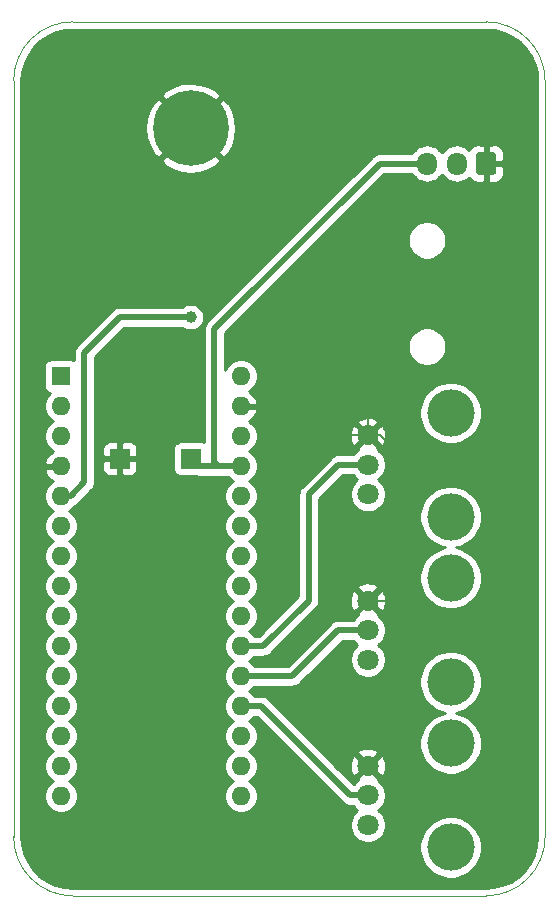
<source format=gbr>
%TF.GenerationSoftware,KiCad,Pcbnew,(5.1.10)-1*%
%TF.CreationDate,2022-05-06T17:00:31+02:00*%
%TF.ProjectId,LTE_HW,4c54455f-4857-42e6-9b69-6361645f7063,rev?*%
%TF.SameCoordinates,Original*%
%TF.FileFunction,Copper,L2,Bot*%
%TF.FilePolarity,Positive*%
%FSLAX46Y46*%
G04 Gerber Fmt 4.6, Leading zero omitted, Abs format (unit mm)*
G04 Created by KiCad (PCBNEW (5.1.10)-1) date 2022-05-06 17:00:31*
%MOMM*%
%LPD*%
G01*
G04 APERTURE LIST*
%TA.AperFunction,Profile*%
%ADD10C,0.050000*%
%TD*%
%TA.AperFunction,ComponentPad*%
%ADD11R,1.700000X1.700000*%
%TD*%
%TA.AperFunction,ComponentPad*%
%ADD12R,1.600000X1.600000*%
%TD*%
%TA.AperFunction,ComponentPad*%
%ADD13O,1.600000X1.600000*%
%TD*%
%TA.AperFunction,ComponentPad*%
%ADD14C,6.400000*%
%TD*%
%TA.AperFunction,ComponentPad*%
%ADD15C,0.800000*%
%TD*%
%TA.AperFunction,ComponentPad*%
%ADD16O,1.700000X1.950000*%
%TD*%
%TA.AperFunction,ComponentPad*%
%ADD17C,1.800000*%
%TD*%
%TA.AperFunction,WasherPad*%
%ADD18C,4.000000*%
%TD*%
%TA.AperFunction,ViaPad*%
%ADD19C,1.000000*%
%TD*%
%TA.AperFunction,Conductor*%
%ADD20C,0.500000*%
%TD*%
%TA.AperFunction,Conductor*%
%ADD21C,0.200000*%
%TD*%
%TA.AperFunction,Conductor*%
%ADD22C,0.254000*%
%TD*%
%TA.AperFunction,Conductor*%
%ADD23C,0.100000*%
%TD*%
G04 APERTURE END LIST*
D10*
X150000000Y-145000000D02*
G75*
G02*
X145000000Y-150000000I-5000000J0D01*
G01*
X145000000Y-76000000D02*
G75*
G02*
X150000000Y-81000000I0J-5000000D01*
G01*
X105000000Y-81000000D02*
G75*
G02*
X110000000Y-76000000I5000000J0D01*
G01*
X110000000Y-150000000D02*
G75*
G02*
X105000000Y-145000000I0J5000000D01*
G01*
X145000000Y-76000000D02*
X110000000Y-76000000D01*
X150000000Y-145000000D02*
X150000000Y-81000000D01*
X110000000Y-150000000D02*
X145000000Y-150000000D01*
X105000000Y-81000000D02*
X105000000Y-145000000D01*
D11*
%TO.P,TP2,1*%
%TO.N,REF_5V*%
X114000000Y-113000000D03*
%TD*%
%TO.P,TP1,1*%
%TO.N,5V*%
X120000000Y-113000000D03*
%TD*%
D12*
%TO.P,A1,1*%
%TO.N,Net-(A1-Pad1)*%
X109000000Y-106000000D03*
D13*
%TO.P,A1,17*%
%TO.N,Net-(A1-Pad17)*%
X124240000Y-139020000D03*
%TO.P,A1,2*%
%TO.N,Net-(A1-Pad2)*%
X109000000Y-108540000D03*
%TO.P,A1,18*%
%TO.N,Net-(A1-Pad18)*%
X124240000Y-136480000D03*
%TO.P,A1,3*%
%TO.N,Net-(A1-Pad3)*%
X109000000Y-111080000D03*
%TO.P,A1,19*%
%TO.N,A0*%
X124240000Y-133940000D03*
%TO.P,A1,4*%
%TO.N,REF_5V*%
X109000000Y-113620000D03*
%TO.P,A1,20*%
%TO.N,A1*%
X124240000Y-131400000D03*
%TO.P,A1,5*%
%TO.N,Net-(A1-Pad5)*%
X109000000Y-116160000D03*
%TO.P,A1,21*%
%TO.N,A2*%
X124240000Y-128860000D03*
%TO.P,A1,6*%
%TO.N,Net-(A1-Pad6)*%
X109000000Y-118700000D03*
%TO.P,A1,22*%
%TO.N,Net-(A1-Pad22)*%
X124240000Y-126320000D03*
%TO.P,A1,7*%
%TO.N,Net-(A1-Pad7)*%
X109000000Y-121240000D03*
%TO.P,A1,23*%
%TO.N,Net-(A1-Pad23)*%
X124240000Y-123780000D03*
%TO.P,A1,8*%
%TO.N,Net-(A1-Pad8)*%
X109000000Y-123780000D03*
%TO.P,A1,24*%
%TO.N,Net-(A1-Pad24)*%
X124240000Y-121240000D03*
%TO.P,A1,9*%
%TO.N,Net-(A1-Pad9)*%
X109000000Y-126320000D03*
%TO.P,A1,25*%
%TO.N,Net-(A1-Pad25)*%
X124240000Y-118700000D03*
%TO.P,A1,10*%
%TO.N,Net-(A1-Pad10)*%
X109000000Y-128860000D03*
%TO.P,A1,26*%
%TO.N,Net-(A1-Pad26)*%
X124240000Y-116160000D03*
%TO.P,A1,11*%
%TO.N,Net-(A1-Pad11)*%
X109000000Y-131400000D03*
%TO.P,A1,27*%
%TO.N,5V*%
X124240000Y-113620000D03*
%TO.P,A1,12*%
%TO.N,Net-(A1-Pad12)*%
X109000000Y-133940000D03*
%TO.P,A1,28*%
%TO.N,Net-(A1-Pad28)*%
X124240000Y-111080000D03*
%TO.P,A1,13*%
%TO.N,Net-(A1-Pad13)*%
X109000000Y-136480000D03*
%TO.P,A1,29*%
%TO.N,REF_5V*%
X124240000Y-108540000D03*
%TO.P,A1,14*%
%TO.N,Net-(A1-Pad14)*%
X109000000Y-139020000D03*
%TO.P,A1,30*%
%TO.N,Net-(A1-Pad30)*%
X124240000Y-106000000D03*
%TO.P,A1,15*%
%TO.N,Net-(A1-Pad15)*%
X109000000Y-141560000D03*
%TO.P,A1,16*%
%TO.N,Net-(A1-Pad16)*%
X124240000Y-141560000D03*
%TD*%
D14*
%TO.P,H1,1*%
%TO.N,REF_5V*%
X120000000Y-85000000D03*
D15*
X122400000Y-85000000D03*
X121697056Y-86697056D03*
X120000000Y-87400000D03*
X118302944Y-86697056D03*
X117600000Y-85000000D03*
X118302944Y-83302944D03*
X120000000Y-82600000D03*
X121697056Y-83302944D03*
%TD*%
%TO.P,J1,1*%
%TO.N,REF_5V*%
%TA.AperFunction,ComponentPad*%
G36*
G01*
X145850000Y-87275000D02*
X145850000Y-88725000D01*
G75*
G02*
X145600000Y-88975000I-250000J0D01*
G01*
X144400000Y-88975000D01*
G75*
G02*
X144150000Y-88725000I0J250000D01*
G01*
X144150000Y-87275000D01*
G75*
G02*
X144400000Y-87025000I250000J0D01*
G01*
X145600000Y-87025000D01*
G75*
G02*
X145850000Y-87275000I0J-250000D01*
G01*
G37*
%TD.AperFunction*%
D16*
%TO.P,J1,2*%
%TO.N,S0*%
X142500000Y-88000000D03*
%TO.P,J1,3*%
%TO.N,5V*%
X140000000Y-88000000D03*
%TD*%
D17*
%TO.P,RV1,3*%
%TO.N,REF_5V*%
X135000000Y-139000000D03*
%TO.P,RV1,2*%
%TO.N,A0*%
X135000000Y-141500000D03*
%TO.P,RV1,1*%
%TO.N,5V*%
X135000000Y-144000000D03*
D18*
%TO.P,RV1,*%
%TO.N,*%
X142000000Y-137100000D03*
X142000000Y-145900000D03*
%TD*%
%TO.P,RV2,*%
%TO.N,*%
X142000000Y-131900000D03*
X142000000Y-123100000D03*
D17*
%TO.P,RV2,1*%
%TO.N,5V*%
X135000000Y-130000000D03*
%TO.P,RV2,2*%
%TO.N,A1*%
X135000000Y-127500000D03*
%TO.P,RV2,3*%
%TO.N,REF_5V*%
X135000000Y-125000000D03*
%TD*%
%TO.P,RV3,3*%
%TO.N,REF_5V*%
X135000000Y-111000000D03*
%TO.P,RV3,2*%
%TO.N,A2*%
X135000000Y-113500000D03*
%TO.P,RV3,1*%
%TO.N,5V*%
X135000000Y-116000000D03*
D18*
%TO.P,RV3,*%
%TO.N,*%
X142000000Y-109100000D03*
X142000000Y-117900000D03*
%TD*%
D19*
%TO.N,REF_5V*%
X130000000Y-97000000D03*
%TO.N,Net-(A1-Pad5)*%
X120000000Y-101000000D03*
%TD*%
D20*
%TO.N,A0*%
X135000000Y-141500000D02*
X133500000Y-141500000D01*
X125940000Y-133940000D02*
X124240000Y-133940000D01*
X133500000Y-141500000D02*
X125940000Y-133940000D01*
D21*
%TO.N,REF_5V*%
X137000000Y-125000000D02*
X135000000Y-125000000D01*
X137000000Y-137000000D02*
X137000000Y-125000000D01*
X135000000Y-139000000D02*
X137000000Y-137000000D01*
X137000000Y-125000000D02*
X137000000Y-112000000D01*
X136000000Y-111000000D02*
X135000000Y-111000000D01*
X137000000Y-112000000D02*
X136000000Y-111000000D01*
X135000000Y-111000000D02*
X131000000Y-111000000D01*
X128540000Y-108540000D02*
X124240000Y-108540000D01*
X131000000Y-111000000D02*
X128540000Y-108540000D01*
X114000000Y-113000000D02*
X114000000Y-141000000D01*
X114000000Y-141000000D02*
X120000000Y-147000000D01*
X136000000Y-140000000D02*
X135000000Y-139000000D01*
X135000000Y-139000000D02*
X137000000Y-141000000D01*
X136000000Y-147000000D02*
X137000000Y-146000000D01*
X120000000Y-147000000D02*
X136000000Y-147000000D01*
X137000000Y-146000000D02*
X137000000Y-141000000D01*
X135000000Y-111000000D02*
X135000000Y-102000000D01*
X135000000Y-102000000D02*
X130000000Y-97000000D01*
D20*
%TO.N,A1*%
X124240000Y-131400000D02*
X128600000Y-131400000D01*
X132500000Y-127500000D02*
X135000000Y-127500000D01*
X128600000Y-131400000D02*
X132500000Y-127500000D01*
%TO.N,A2*%
X124240000Y-128860000D02*
X126140000Y-128860000D01*
X126140000Y-128860000D02*
X130000000Y-125000000D01*
X130000000Y-125000000D02*
X130000000Y-116000000D01*
X132500000Y-113500000D02*
X135000000Y-113500000D01*
X130000000Y-116000000D02*
X132500000Y-113500000D01*
%TO.N,5V*%
X120620000Y-113620000D02*
X120000000Y-113000000D01*
X122000000Y-113240000D02*
X122380000Y-113620000D01*
X122380000Y-113620000D02*
X120620000Y-113620000D01*
X124240000Y-113620000D02*
X122380000Y-113620000D01*
X122000000Y-102000000D02*
X136000000Y-88000000D01*
X140000000Y-88000000D02*
X136000000Y-88000000D01*
X122000000Y-102000000D02*
X122000000Y-113240000D01*
%TO.N,Net-(A1-Pad5)*%
X111000000Y-115000000D02*
X109840000Y-116160000D01*
X111000000Y-104000000D02*
X111000000Y-115000000D01*
X114000000Y-101000000D02*
X111000000Y-104000000D01*
X109840000Y-116160000D02*
X109000000Y-116160000D01*
X120000000Y-101000000D02*
X114000000Y-101000000D01*
%TD*%
D22*
%TO.N,REF_5V*%
X145768083Y-76731173D02*
X146511891Y-76934656D01*
X147207905Y-77266638D01*
X147834130Y-77716626D01*
X148370777Y-78270403D01*
X148800871Y-78910451D01*
X149110829Y-79616553D01*
X149292065Y-80371457D01*
X149340001Y-81024220D01*
X149340000Y-144970608D01*
X149268827Y-145768083D01*
X149065344Y-146511890D01*
X148733363Y-147207904D01*
X148283374Y-147834130D01*
X147729597Y-148370777D01*
X147089549Y-148800871D01*
X146383447Y-149110829D01*
X145628543Y-149292065D01*
X144975793Y-149340000D01*
X110029392Y-149340000D01*
X109231917Y-149268827D01*
X108488110Y-149065344D01*
X107792096Y-148733363D01*
X107165870Y-148283374D01*
X106629223Y-147729597D01*
X106199129Y-147089549D01*
X105889171Y-146383447D01*
X105710800Y-145640475D01*
X139365000Y-145640475D01*
X139365000Y-146159525D01*
X139466261Y-146668601D01*
X139664893Y-147148141D01*
X139953262Y-147579715D01*
X140320285Y-147946738D01*
X140751859Y-148235107D01*
X141231399Y-148433739D01*
X141740475Y-148535000D01*
X142259525Y-148535000D01*
X142768601Y-148433739D01*
X143248141Y-148235107D01*
X143679715Y-147946738D01*
X144046738Y-147579715D01*
X144335107Y-147148141D01*
X144533739Y-146668601D01*
X144635000Y-146159525D01*
X144635000Y-145640475D01*
X144533739Y-145131399D01*
X144335107Y-144651859D01*
X144046738Y-144220285D01*
X143679715Y-143853262D01*
X143248141Y-143564893D01*
X142768601Y-143366261D01*
X142259525Y-143265000D01*
X141740475Y-143265000D01*
X141231399Y-143366261D01*
X140751859Y-143564893D01*
X140320285Y-143853262D01*
X139953262Y-144220285D01*
X139664893Y-144651859D01*
X139466261Y-145131399D01*
X139365000Y-145640475D01*
X105710800Y-145640475D01*
X105707935Y-145628543D01*
X105660000Y-144975793D01*
X105660000Y-105200000D01*
X107561928Y-105200000D01*
X107561928Y-106800000D01*
X107574188Y-106924482D01*
X107610498Y-107044180D01*
X107669463Y-107154494D01*
X107748815Y-107251185D01*
X107845506Y-107330537D01*
X107955820Y-107389502D01*
X108075518Y-107425812D01*
X108083961Y-107426643D01*
X107885363Y-107625241D01*
X107728320Y-107860273D01*
X107620147Y-108121426D01*
X107565000Y-108398665D01*
X107565000Y-108681335D01*
X107620147Y-108958574D01*
X107728320Y-109219727D01*
X107885363Y-109454759D01*
X108085241Y-109654637D01*
X108317759Y-109810000D01*
X108085241Y-109965363D01*
X107885363Y-110165241D01*
X107728320Y-110400273D01*
X107620147Y-110661426D01*
X107565000Y-110938665D01*
X107565000Y-111221335D01*
X107620147Y-111498574D01*
X107728320Y-111759727D01*
X107885363Y-111994759D01*
X108085241Y-112194637D01*
X108320273Y-112351680D01*
X108330865Y-112356067D01*
X108144869Y-112467615D01*
X107936481Y-112656586D01*
X107768963Y-112882580D01*
X107648754Y-113136913D01*
X107608096Y-113270961D01*
X107730085Y-113493000D01*
X108873000Y-113493000D01*
X108873000Y-113473000D01*
X109127000Y-113473000D01*
X109127000Y-113493000D01*
X109147000Y-113493000D01*
X109147000Y-113747000D01*
X109127000Y-113747000D01*
X109127000Y-113767000D01*
X108873000Y-113767000D01*
X108873000Y-113747000D01*
X107730085Y-113747000D01*
X107608096Y-113969039D01*
X107648754Y-114103087D01*
X107768963Y-114357420D01*
X107936481Y-114583414D01*
X108144869Y-114772385D01*
X108330865Y-114883933D01*
X108320273Y-114888320D01*
X108085241Y-115045363D01*
X107885363Y-115245241D01*
X107728320Y-115480273D01*
X107620147Y-115741426D01*
X107565000Y-116018665D01*
X107565000Y-116301335D01*
X107620147Y-116578574D01*
X107728320Y-116839727D01*
X107885363Y-117074759D01*
X108085241Y-117274637D01*
X108317759Y-117430000D01*
X108085241Y-117585363D01*
X107885363Y-117785241D01*
X107728320Y-118020273D01*
X107620147Y-118281426D01*
X107565000Y-118558665D01*
X107565000Y-118841335D01*
X107620147Y-119118574D01*
X107728320Y-119379727D01*
X107885363Y-119614759D01*
X108085241Y-119814637D01*
X108317759Y-119970000D01*
X108085241Y-120125363D01*
X107885363Y-120325241D01*
X107728320Y-120560273D01*
X107620147Y-120821426D01*
X107565000Y-121098665D01*
X107565000Y-121381335D01*
X107620147Y-121658574D01*
X107728320Y-121919727D01*
X107885363Y-122154759D01*
X108085241Y-122354637D01*
X108317759Y-122510000D01*
X108085241Y-122665363D01*
X107885363Y-122865241D01*
X107728320Y-123100273D01*
X107620147Y-123361426D01*
X107565000Y-123638665D01*
X107565000Y-123921335D01*
X107620147Y-124198574D01*
X107728320Y-124459727D01*
X107885363Y-124694759D01*
X108085241Y-124894637D01*
X108317759Y-125050000D01*
X108085241Y-125205363D01*
X107885363Y-125405241D01*
X107728320Y-125640273D01*
X107620147Y-125901426D01*
X107565000Y-126178665D01*
X107565000Y-126461335D01*
X107620147Y-126738574D01*
X107728320Y-126999727D01*
X107885363Y-127234759D01*
X108085241Y-127434637D01*
X108317759Y-127590000D01*
X108085241Y-127745363D01*
X107885363Y-127945241D01*
X107728320Y-128180273D01*
X107620147Y-128441426D01*
X107565000Y-128718665D01*
X107565000Y-129001335D01*
X107620147Y-129278574D01*
X107728320Y-129539727D01*
X107885363Y-129774759D01*
X108085241Y-129974637D01*
X108317759Y-130130000D01*
X108085241Y-130285363D01*
X107885363Y-130485241D01*
X107728320Y-130720273D01*
X107620147Y-130981426D01*
X107565000Y-131258665D01*
X107565000Y-131541335D01*
X107620147Y-131818574D01*
X107728320Y-132079727D01*
X107885363Y-132314759D01*
X108085241Y-132514637D01*
X108317759Y-132670000D01*
X108085241Y-132825363D01*
X107885363Y-133025241D01*
X107728320Y-133260273D01*
X107620147Y-133521426D01*
X107565000Y-133798665D01*
X107565000Y-134081335D01*
X107620147Y-134358574D01*
X107728320Y-134619727D01*
X107885363Y-134854759D01*
X108085241Y-135054637D01*
X108317759Y-135210000D01*
X108085241Y-135365363D01*
X107885363Y-135565241D01*
X107728320Y-135800273D01*
X107620147Y-136061426D01*
X107565000Y-136338665D01*
X107565000Y-136621335D01*
X107620147Y-136898574D01*
X107728320Y-137159727D01*
X107885363Y-137394759D01*
X108085241Y-137594637D01*
X108317759Y-137750000D01*
X108085241Y-137905363D01*
X107885363Y-138105241D01*
X107728320Y-138340273D01*
X107620147Y-138601426D01*
X107565000Y-138878665D01*
X107565000Y-139161335D01*
X107620147Y-139438574D01*
X107728320Y-139699727D01*
X107885363Y-139934759D01*
X108085241Y-140134637D01*
X108317759Y-140290000D01*
X108085241Y-140445363D01*
X107885363Y-140645241D01*
X107728320Y-140880273D01*
X107620147Y-141141426D01*
X107565000Y-141418665D01*
X107565000Y-141701335D01*
X107620147Y-141978574D01*
X107728320Y-142239727D01*
X107885363Y-142474759D01*
X108085241Y-142674637D01*
X108320273Y-142831680D01*
X108581426Y-142939853D01*
X108858665Y-142995000D01*
X109141335Y-142995000D01*
X109418574Y-142939853D01*
X109679727Y-142831680D01*
X109914759Y-142674637D01*
X110114637Y-142474759D01*
X110271680Y-142239727D01*
X110379853Y-141978574D01*
X110435000Y-141701335D01*
X110435000Y-141418665D01*
X110379853Y-141141426D01*
X110271680Y-140880273D01*
X110114637Y-140645241D01*
X109914759Y-140445363D01*
X109682241Y-140290000D01*
X109914759Y-140134637D01*
X110114637Y-139934759D01*
X110271680Y-139699727D01*
X110379853Y-139438574D01*
X110435000Y-139161335D01*
X110435000Y-138878665D01*
X110379853Y-138601426D01*
X110271680Y-138340273D01*
X110114637Y-138105241D01*
X109914759Y-137905363D01*
X109682241Y-137750000D01*
X109914759Y-137594637D01*
X110114637Y-137394759D01*
X110271680Y-137159727D01*
X110379853Y-136898574D01*
X110435000Y-136621335D01*
X110435000Y-136338665D01*
X110379853Y-136061426D01*
X110271680Y-135800273D01*
X110114637Y-135565241D01*
X109914759Y-135365363D01*
X109682241Y-135210000D01*
X109914759Y-135054637D01*
X110114637Y-134854759D01*
X110271680Y-134619727D01*
X110379853Y-134358574D01*
X110435000Y-134081335D01*
X110435000Y-133798665D01*
X110379853Y-133521426D01*
X110271680Y-133260273D01*
X110114637Y-133025241D01*
X109914759Y-132825363D01*
X109682241Y-132670000D01*
X109914759Y-132514637D01*
X110114637Y-132314759D01*
X110271680Y-132079727D01*
X110379853Y-131818574D01*
X110435000Y-131541335D01*
X110435000Y-131258665D01*
X110379853Y-130981426D01*
X110271680Y-130720273D01*
X110114637Y-130485241D01*
X109914759Y-130285363D01*
X109682241Y-130130000D01*
X109914759Y-129974637D01*
X110114637Y-129774759D01*
X110271680Y-129539727D01*
X110379853Y-129278574D01*
X110435000Y-129001335D01*
X110435000Y-128718665D01*
X110379853Y-128441426D01*
X110271680Y-128180273D01*
X110114637Y-127945241D01*
X109914759Y-127745363D01*
X109682241Y-127590000D01*
X109914759Y-127434637D01*
X110114637Y-127234759D01*
X110271680Y-126999727D01*
X110379853Y-126738574D01*
X110435000Y-126461335D01*
X110435000Y-126178665D01*
X110379853Y-125901426D01*
X110271680Y-125640273D01*
X110114637Y-125405241D01*
X109914759Y-125205363D01*
X109682241Y-125050000D01*
X109914759Y-124894637D01*
X110114637Y-124694759D01*
X110271680Y-124459727D01*
X110379853Y-124198574D01*
X110435000Y-123921335D01*
X110435000Y-123638665D01*
X110379853Y-123361426D01*
X110271680Y-123100273D01*
X110114637Y-122865241D01*
X109914759Y-122665363D01*
X109682241Y-122510000D01*
X109914759Y-122354637D01*
X110114637Y-122154759D01*
X110271680Y-121919727D01*
X110379853Y-121658574D01*
X110435000Y-121381335D01*
X110435000Y-121098665D01*
X110379853Y-120821426D01*
X110271680Y-120560273D01*
X110114637Y-120325241D01*
X109914759Y-120125363D01*
X109682241Y-119970000D01*
X109914759Y-119814637D01*
X110114637Y-119614759D01*
X110271680Y-119379727D01*
X110379853Y-119118574D01*
X110435000Y-118841335D01*
X110435000Y-118558665D01*
X110379853Y-118281426D01*
X110271680Y-118020273D01*
X110114637Y-117785241D01*
X109914759Y-117585363D01*
X109682241Y-117430000D01*
X109914759Y-117274637D01*
X110114637Y-117074759D01*
X110176021Y-116982891D01*
X110180313Y-116981589D01*
X110334059Y-116899411D01*
X110468817Y-116788817D01*
X110496534Y-116755044D01*
X111595049Y-115656530D01*
X111628817Y-115628817D01*
X111681229Y-115564954D01*
X111739411Y-115494059D01*
X111787038Y-115404954D01*
X111821589Y-115340313D01*
X111872195Y-115173490D01*
X111885000Y-115043477D01*
X111885000Y-115043469D01*
X111889281Y-115000000D01*
X111885000Y-114956531D01*
X111885000Y-113850000D01*
X112511928Y-113850000D01*
X112524188Y-113974482D01*
X112560498Y-114094180D01*
X112619463Y-114204494D01*
X112698815Y-114301185D01*
X112795506Y-114380537D01*
X112905820Y-114439502D01*
X113025518Y-114475812D01*
X113150000Y-114488072D01*
X113714250Y-114485000D01*
X113873000Y-114326250D01*
X113873000Y-113127000D01*
X114127000Y-113127000D01*
X114127000Y-114326250D01*
X114285750Y-114485000D01*
X114850000Y-114488072D01*
X114974482Y-114475812D01*
X115094180Y-114439502D01*
X115204494Y-114380537D01*
X115301185Y-114301185D01*
X115380537Y-114204494D01*
X115439502Y-114094180D01*
X115475812Y-113974482D01*
X115488072Y-113850000D01*
X115485000Y-113285750D01*
X115326250Y-113127000D01*
X114127000Y-113127000D01*
X113873000Y-113127000D01*
X112673750Y-113127000D01*
X112515000Y-113285750D01*
X112511928Y-113850000D01*
X111885000Y-113850000D01*
X111885000Y-112150000D01*
X112511928Y-112150000D01*
X112515000Y-112714250D01*
X112673750Y-112873000D01*
X113873000Y-112873000D01*
X113873000Y-111673750D01*
X114127000Y-111673750D01*
X114127000Y-112873000D01*
X115326250Y-112873000D01*
X115485000Y-112714250D01*
X115488072Y-112150000D01*
X118511928Y-112150000D01*
X118511928Y-113850000D01*
X118524188Y-113974482D01*
X118560498Y-114094180D01*
X118619463Y-114204494D01*
X118698815Y-114301185D01*
X118795506Y-114380537D01*
X118905820Y-114439502D01*
X119025518Y-114475812D01*
X119150000Y-114488072D01*
X120432919Y-114488072D01*
X120446510Y-114492195D01*
X120576523Y-114505000D01*
X120576533Y-114505000D01*
X120619999Y-114509281D01*
X120663465Y-114505000D01*
X122336533Y-114505000D01*
X122379999Y-114509281D01*
X122423465Y-114505000D01*
X123105479Y-114505000D01*
X123125363Y-114534759D01*
X123325241Y-114734637D01*
X123557759Y-114890000D01*
X123325241Y-115045363D01*
X123125363Y-115245241D01*
X122968320Y-115480273D01*
X122860147Y-115741426D01*
X122805000Y-116018665D01*
X122805000Y-116301335D01*
X122860147Y-116578574D01*
X122968320Y-116839727D01*
X123125363Y-117074759D01*
X123325241Y-117274637D01*
X123557759Y-117430000D01*
X123325241Y-117585363D01*
X123125363Y-117785241D01*
X122968320Y-118020273D01*
X122860147Y-118281426D01*
X122805000Y-118558665D01*
X122805000Y-118841335D01*
X122860147Y-119118574D01*
X122968320Y-119379727D01*
X123125363Y-119614759D01*
X123325241Y-119814637D01*
X123557759Y-119970000D01*
X123325241Y-120125363D01*
X123125363Y-120325241D01*
X122968320Y-120560273D01*
X122860147Y-120821426D01*
X122805000Y-121098665D01*
X122805000Y-121381335D01*
X122860147Y-121658574D01*
X122968320Y-121919727D01*
X123125363Y-122154759D01*
X123325241Y-122354637D01*
X123557759Y-122510000D01*
X123325241Y-122665363D01*
X123125363Y-122865241D01*
X122968320Y-123100273D01*
X122860147Y-123361426D01*
X122805000Y-123638665D01*
X122805000Y-123921335D01*
X122860147Y-124198574D01*
X122968320Y-124459727D01*
X123125363Y-124694759D01*
X123325241Y-124894637D01*
X123557759Y-125050000D01*
X123325241Y-125205363D01*
X123125363Y-125405241D01*
X122968320Y-125640273D01*
X122860147Y-125901426D01*
X122805000Y-126178665D01*
X122805000Y-126461335D01*
X122860147Y-126738574D01*
X122968320Y-126999727D01*
X123125363Y-127234759D01*
X123325241Y-127434637D01*
X123557759Y-127590000D01*
X123325241Y-127745363D01*
X123125363Y-127945241D01*
X122968320Y-128180273D01*
X122860147Y-128441426D01*
X122805000Y-128718665D01*
X122805000Y-129001335D01*
X122860147Y-129278574D01*
X122968320Y-129539727D01*
X123125363Y-129774759D01*
X123325241Y-129974637D01*
X123557759Y-130130000D01*
X123325241Y-130285363D01*
X123125363Y-130485241D01*
X122968320Y-130720273D01*
X122860147Y-130981426D01*
X122805000Y-131258665D01*
X122805000Y-131541335D01*
X122860147Y-131818574D01*
X122968320Y-132079727D01*
X123125363Y-132314759D01*
X123325241Y-132514637D01*
X123557759Y-132670000D01*
X123325241Y-132825363D01*
X123125363Y-133025241D01*
X122968320Y-133260273D01*
X122860147Y-133521426D01*
X122805000Y-133798665D01*
X122805000Y-134081335D01*
X122860147Y-134358574D01*
X122968320Y-134619727D01*
X123125363Y-134854759D01*
X123325241Y-135054637D01*
X123557759Y-135210000D01*
X123325241Y-135365363D01*
X123125363Y-135565241D01*
X122968320Y-135800273D01*
X122860147Y-136061426D01*
X122805000Y-136338665D01*
X122805000Y-136621335D01*
X122860147Y-136898574D01*
X122968320Y-137159727D01*
X123125363Y-137394759D01*
X123325241Y-137594637D01*
X123557759Y-137750000D01*
X123325241Y-137905363D01*
X123125363Y-138105241D01*
X122968320Y-138340273D01*
X122860147Y-138601426D01*
X122805000Y-138878665D01*
X122805000Y-139161335D01*
X122860147Y-139438574D01*
X122968320Y-139699727D01*
X123125363Y-139934759D01*
X123325241Y-140134637D01*
X123557759Y-140290000D01*
X123325241Y-140445363D01*
X123125363Y-140645241D01*
X122968320Y-140880273D01*
X122860147Y-141141426D01*
X122805000Y-141418665D01*
X122805000Y-141701335D01*
X122860147Y-141978574D01*
X122968320Y-142239727D01*
X123125363Y-142474759D01*
X123325241Y-142674637D01*
X123560273Y-142831680D01*
X123821426Y-142939853D01*
X124098665Y-142995000D01*
X124381335Y-142995000D01*
X124658574Y-142939853D01*
X124919727Y-142831680D01*
X125154759Y-142674637D01*
X125354637Y-142474759D01*
X125511680Y-142239727D01*
X125619853Y-141978574D01*
X125675000Y-141701335D01*
X125675000Y-141418665D01*
X125619853Y-141141426D01*
X125511680Y-140880273D01*
X125354637Y-140645241D01*
X125154759Y-140445363D01*
X124922241Y-140290000D01*
X125154759Y-140134637D01*
X125354637Y-139934759D01*
X125511680Y-139699727D01*
X125619853Y-139438574D01*
X125675000Y-139161335D01*
X125675000Y-138878665D01*
X125619853Y-138601426D01*
X125511680Y-138340273D01*
X125354637Y-138105241D01*
X125154759Y-137905363D01*
X124922241Y-137750000D01*
X125154759Y-137594637D01*
X125354637Y-137394759D01*
X125511680Y-137159727D01*
X125619853Y-136898574D01*
X125675000Y-136621335D01*
X125675000Y-136338665D01*
X125619853Y-136061426D01*
X125511680Y-135800273D01*
X125354637Y-135565241D01*
X125154759Y-135365363D01*
X124922241Y-135210000D01*
X125154759Y-135054637D01*
X125354637Y-134854759D01*
X125374521Y-134825000D01*
X125573422Y-134825000D01*
X132843470Y-142095049D01*
X132871183Y-142128817D01*
X132904951Y-142156530D01*
X132904953Y-142156532D01*
X133005941Y-142239411D01*
X133159686Y-142321589D01*
X133326510Y-142372195D01*
X133456523Y-142385000D01*
X133456531Y-142385000D01*
X133500000Y-142389281D01*
X133543469Y-142385000D01*
X133745210Y-142385000D01*
X133807688Y-142478505D01*
X134021495Y-142692312D01*
X134107831Y-142750000D01*
X134021495Y-142807688D01*
X133807688Y-143021495D01*
X133639701Y-143272905D01*
X133523989Y-143552257D01*
X133465000Y-143848816D01*
X133465000Y-144151184D01*
X133523989Y-144447743D01*
X133639701Y-144727095D01*
X133807688Y-144978505D01*
X134021495Y-145192312D01*
X134272905Y-145360299D01*
X134552257Y-145476011D01*
X134848816Y-145535000D01*
X135151184Y-145535000D01*
X135447743Y-145476011D01*
X135727095Y-145360299D01*
X135978505Y-145192312D01*
X136192312Y-144978505D01*
X136360299Y-144727095D01*
X136476011Y-144447743D01*
X136535000Y-144151184D01*
X136535000Y-143848816D01*
X136476011Y-143552257D01*
X136360299Y-143272905D01*
X136192312Y-143021495D01*
X135978505Y-142807688D01*
X135892169Y-142750000D01*
X135978505Y-142692312D01*
X136192312Y-142478505D01*
X136360299Y-142227095D01*
X136476011Y-141947743D01*
X136535000Y-141651184D01*
X136535000Y-141348816D01*
X136476011Y-141052257D01*
X136360299Y-140772905D01*
X136192312Y-140521495D01*
X135978505Y-140307688D01*
X135835690Y-140212262D01*
X135884475Y-140064080D01*
X135000000Y-139179605D01*
X134115525Y-140064080D01*
X134164310Y-140212262D01*
X134021495Y-140307688D01*
X133807688Y-140521495D01*
X133793824Y-140542245D01*
X132318132Y-139066553D01*
X133459009Y-139066553D01*
X133501603Y-139365907D01*
X133601778Y-139651199D01*
X133681739Y-139800792D01*
X133935920Y-139884475D01*
X134820395Y-139000000D01*
X135179605Y-139000000D01*
X136064080Y-139884475D01*
X136318261Y-139800792D01*
X136449158Y-139528225D01*
X136524365Y-139235358D01*
X136540991Y-138933447D01*
X136498397Y-138634093D01*
X136398222Y-138348801D01*
X136318261Y-138199208D01*
X136064080Y-138115525D01*
X135179605Y-139000000D01*
X134820395Y-139000000D01*
X133935920Y-138115525D01*
X133681739Y-138199208D01*
X133550842Y-138471775D01*
X133475635Y-138764642D01*
X133459009Y-139066553D01*
X132318132Y-139066553D01*
X131187499Y-137935920D01*
X134115525Y-137935920D01*
X135000000Y-138820395D01*
X135884475Y-137935920D01*
X135800792Y-137681739D01*
X135528225Y-137550842D01*
X135235358Y-137475635D01*
X134933447Y-137459009D01*
X134634093Y-137501603D01*
X134348801Y-137601778D01*
X134199208Y-137681739D01*
X134115525Y-137935920D01*
X131187499Y-137935920D01*
X126596534Y-133344956D01*
X126568817Y-133311183D01*
X126434059Y-133200589D01*
X126280313Y-133118411D01*
X126113490Y-133067805D01*
X125983477Y-133055000D01*
X125983469Y-133055000D01*
X125940000Y-133050719D01*
X125896531Y-133055000D01*
X125374521Y-133055000D01*
X125354637Y-133025241D01*
X125154759Y-132825363D01*
X124922241Y-132670000D01*
X125154759Y-132514637D01*
X125354637Y-132314759D01*
X125374521Y-132285000D01*
X128556531Y-132285000D01*
X128600000Y-132289281D01*
X128643469Y-132285000D01*
X128643477Y-132285000D01*
X128773490Y-132272195D01*
X128940313Y-132221589D01*
X129094059Y-132139411D01*
X129228817Y-132028817D01*
X129256534Y-131995044D01*
X129611103Y-131640475D01*
X139365000Y-131640475D01*
X139365000Y-132159525D01*
X139466261Y-132668601D01*
X139664893Y-133148141D01*
X139953262Y-133579715D01*
X140320285Y-133946738D01*
X140751859Y-134235107D01*
X141231399Y-134433739D01*
X141564517Y-134500000D01*
X141231399Y-134566261D01*
X140751859Y-134764893D01*
X140320285Y-135053262D01*
X139953262Y-135420285D01*
X139664893Y-135851859D01*
X139466261Y-136331399D01*
X139365000Y-136840475D01*
X139365000Y-137359525D01*
X139466261Y-137868601D01*
X139664893Y-138348141D01*
X139953262Y-138779715D01*
X140320285Y-139146738D01*
X140751859Y-139435107D01*
X141231399Y-139633739D01*
X141740475Y-139735000D01*
X142259525Y-139735000D01*
X142768601Y-139633739D01*
X143248141Y-139435107D01*
X143679715Y-139146738D01*
X144046738Y-138779715D01*
X144335107Y-138348141D01*
X144533739Y-137868601D01*
X144635000Y-137359525D01*
X144635000Y-136840475D01*
X144533739Y-136331399D01*
X144335107Y-135851859D01*
X144046738Y-135420285D01*
X143679715Y-135053262D01*
X143248141Y-134764893D01*
X142768601Y-134566261D01*
X142435483Y-134500000D01*
X142768601Y-134433739D01*
X143248141Y-134235107D01*
X143679715Y-133946738D01*
X144046738Y-133579715D01*
X144335107Y-133148141D01*
X144533739Y-132668601D01*
X144635000Y-132159525D01*
X144635000Y-131640475D01*
X144533739Y-131131399D01*
X144335107Y-130651859D01*
X144046738Y-130220285D01*
X143679715Y-129853262D01*
X143248141Y-129564893D01*
X142768601Y-129366261D01*
X142259525Y-129265000D01*
X141740475Y-129265000D01*
X141231399Y-129366261D01*
X140751859Y-129564893D01*
X140320285Y-129853262D01*
X139953262Y-130220285D01*
X139664893Y-130651859D01*
X139466261Y-131131399D01*
X139365000Y-131640475D01*
X129611103Y-131640475D01*
X132866579Y-128385000D01*
X133745210Y-128385000D01*
X133807688Y-128478505D01*
X134021495Y-128692312D01*
X134107831Y-128750000D01*
X134021495Y-128807688D01*
X133807688Y-129021495D01*
X133639701Y-129272905D01*
X133523989Y-129552257D01*
X133465000Y-129848816D01*
X133465000Y-130151184D01*
X133523989Y-130447743D01*
X133639701Y-130727095D01*
X133807688Y-130978505D01*
X134021495Y-131192312D01*
X134272905Y-131360299D01*
X134552257Y-131476011D01*
X134848816Y-131535000D01*
X135151184Y-131535000D01*
X135447743Y-131476011D01*
X135727095Y-131360299D01*
X135978505Y-131192312D01*
X136192312Y-130978505D01*
X136360299Y-130727095D01*
X136476011Y-130447743D01*
X136535000Y-130151184D01*
X136535000Y-129848816D01*
X136476011Y-129552257D01*
X136360299Y-129272905D01*
X136192312Y-129021495D01*
X135978505Y-128807688D01*
X135892169Y-128750000D01*
X135978505Y-128692312D01*
X136192312Y-128478505D01*
X136360299Y-128227095D01*
X136476011Y-127947743D01*
X136535000Y-127651184D01*
X136535000Y-127348816D01*
X136476011Y-127052257D01*
X136360299Y-126772905D01*
X136192312Y-126521495D01*
X135978505Y-126307688D01*
X135835690Y-126212262D01*
X135884475Y-126064080D01*
X135000000Y-125179605D01*
X134115525Y-126064080D01*
X134164310Y-126212262D01*
X134021495Y-126307688D01*
X133807688Y-126521495D01*
X133745210Y-126615000D01*
X132543469Y-126615000D01*
X132500000Y-126610719D01*
X132456531Y-126615000D01*
X132456523Y-126615000D01*
X132326510Y-126627805D01*
X132159687Y-126678411D01*
X132047129Y-126738574D01*
X132005941Y-126760589D01*
X131904953Y-126843468D01*
X131904951Y-126843470D01*
X131871183Y-126871183D01*
X131843470Y-126904951D01*
X128233422Y-130515000D01*
X125374521Y-130515000D01*
X125354637Y-130485241D01*
X125154759Y-130285363D01*
X124922241Y-130130000D01*
X125154759Y-129974637D01*
X125354637Y-129774759D01*
X125374521Y-129745000D01*
X126096531Y-129745000D01*
X126140000Y-129749281D01*
X126183469Y-129745000D01*
X126183477Y-129745000D01*
X126313490Y-129732195D01*
X126480313Y-129681589D01*
X126634059Y-129599411D01*
X126768817Y-129488817D01*
X126796534Y-129455044D01*
X130595050Y-125656529D01*
X130628817Y-125628817D01*
X130739411Y-125494059D01*
X130821589Y-125340313D01*
X130872195Y-125173490D01*
X130882727Y-125066553D01*
X133459009Y-125066553D01*
X133501603Y-125365907D01*
X133601778Y-125651199D01*
X133681739Y-125800792D01*
X133935920Y-125884475D01*
X134820395Y-125000000D01*
X135179605Y-125000000D01*
X136064080Y-125884475D01*
X136318261Y-125800792D01*
X136449158Y-125528225D01*
X136524365Y-125235358D01*
X136540991Y-124933447D01*
X136498397Y-124634093D01*
X136398222Y-124348801D01*
X136318261Y-124199208D01*
X136064080Y-124115525D01*
X135179605Y-125000000D01*
X134820395Y-125000000D01*
X133935920Y-124115525D01*
X133681739Y-124199208D01*
X133550842Y-124471775D01*
X133475635Y-124764642D01*
X133459009Y-125066553D01*
X130882727Y-125066553D01*
X130885000Y-125043477D01*
X130885000Y-125043467D01*
X130889281Y-125000001D01*
X130885000Y-124956535D01*
X130885000Y-123935920D01*
X134115525Y-123935920D01*
X135000000Y-124820395D01*
X135884475Y-123935920D01*
X135800792Y-123681739D01*
X135528225Y-123550842D01*
X135235358Y-123475635D01*
X134933447Y-123459009D01*
X134634093Y-123501603D01*
X134348801Y-123601778D01*
X134199208Y-123681739D01*
X134115525Y-123935920D01*
X130885000Y-123935920D01*
X130885000Y-117640475D01*
X139365000Y-117640475D01*
X139365000Y-118159525D01*
X139466261Y-118668601D01*
X139664893Y-119148141D01*
X139953262Y-119579715D01*
X140320285Y-119946738D01*
X140751859Y-120235107D01*
X141231399Y-120433739D01*
X141564517Y-120500000D01*
X141231399Y-120566261D01*
X140751859Y-120764893D01*
X140320285Y-121053262D01*
X139953262Y-121420285D01*
X139664893Y-121851859D01*
X139466261Y-122331399D01*
X139365000Y-122840475D01*
X139365000Y-123359525D01*
X139466261Y-123868601D01*
X139664893Y-124348141D01*
X139953262Y-124779715D01*
X140320285Y-125146738D01*
X140751859Y-125435107D01*
X141231399Y-125633739D01*
X141740475Y-125735000D01*
X142259525Y-125735000D01*
X142768601Y-125633739D01*
X143248141Y-125435107D01*
X143679715Y-125146738D01*
X144046738Y-124779715D01*
X144335107Y-124348141D01*
X144533739Y-123868601D01*
X144635000Y-123359525D01*
X144635000Y-122840475D01*
X144533739Y-122331399D01*
X144335107Y-121851859D01*
X144046738Y-121420285D01*
X143679715Y-121053262D01*
X143248141Y-120764893D01*
X142768601Y-120566261D01*
X142435483Y-120500000D01*
X142768601Y-120433739D01*
X143248141Y-120235107D01*
X143679715Y-119946738D01*
X144046738Y-119579715D01*
X144335107Y-119148141D01*
X144533739Y-118668601D01*
X144635000Y-118159525D01*
X144635000Y-117640475D01*
X144533739Y-117131399D01*
X144335107Y-116651859D01*
X144046738Y-116220285D01*
X143679715Y-115853262D01*
X143248141Y-115564893D01*
X142768601Y-115366261D01*
X142259525Y-115265000D01*
X141740475Y-115265000D01*
X141231399Y-115366261D01*
X140751859Y-115564893D01*
X140320285Y-115853262D01*
X139953262Y-116220285D01*
X139664893Y-116651859D01*
X139466261Y-117131399D01*
X139365000Y-117640475D01*
X130885000Y-117640475D01*
X130885000Y-116366578D01*
X132866579Y-114385000D01*
X133745210Y-114385000D01*
X133807688Y-114478505D01*
X134021495Y-114692312D01*
X134107831Y-114750000D01*
X134021495Y-114807688D01*
X133807688Y-115021495D01*
X133639701Y-115272905D01*
X133523989Y-115552257D01*
X133465000Y-115848816D01*
X133465000Y-116151184D01*
X133523989Y-116447743D01*
X133639701Y-116727095D01*
X133807688Y-116978505D01*
X134021495Y-117192312D01*
X134272905Y-117360299D01*
X134552257Y-117476011D01*
X134848816Y-117535000D01*
X135151184Y-117535000D01*
X135447743Y-117476011D01*
X135727095Y-117360299D01*
X135978505Y-117192312D01*
X136192312Y-116978505D01*
X136360299Y-116727095D01*
X136476011Y-116447743D01*
X136535000Y-116151184D01*
X136535000Y-115848816D01*
X136476011Y-115552257D01*
X136360299Y-115272905D01*
X136192312Y-115021495D01*
X135978505Y-114807688D01*
X135892169Y-114750000D01*
X135978505Y-114692312D01*
X136192312Y-114478505D01*
X136360299Y-114227095D01*
X136476011Y-113947743D01*
X136535000Y-113651184D01*
X136535000Y-113348816D01*
X136476011Y-113052257D01*
X136360299Y-112772905D01*
X136192312Y-112521495D01*
X135978505Y-112307688D01*
X135835690Y-112212262D01*
X135884475Y-112064080D01*
X135000000Y-111179605D01*
X134115525Y-112064080D01*
X134164310Y-112212262D01*
X134021495Y-112307688D01*
X133807688Y-112521495D01*
X133745210Y-112615000D01*
X132543469Y-112615000D01*
X132500000Y-112610719D01*
X132456531Y-112615000D01*
X132456523Y-112615000D01*
X132326510Y-112627805D01*
X132159687Y-112678411D01*
X132005941Y-112760589D01*
X131904953Y-112843468D01*
X131904951Y-112843470D01*
X131871183Y-112871183D01*
X131843470Y-112904951D01*
X129404951Y-115343471D01*
X129371184Y-115371183D01*
X129343471Y-115404951D01*
X129343468Y-115404954D01*
X129260590Y-115505941D01*
X129178412Y-115659687D01*
X129127805Y-115826510D01*
X129110719Y-116000000D01*
X129115001Y-116043479D01*
X129115000Y-124633421D01*
X125773422Y-127975000D01*
X125374521Y-127975000D01*
X125354637Y-127945241D01*
X125154759Y-127745363D01*
X124922241Y-127590000D01*
X125154759Y-127434637D01*
X125354637Y-127234759D01*
X125511680Y-126999727D01*
X125619853Y-126738574D01*
X125675000Y-126461335D01*
X125675000Y-126178665D01*
X125619853Y-125901426D01*
X125511680Y-125640273D01*
X125354637Y-125405241D01*
X125154759Y-125205363D01*
X124922241Y-125050000D01*
X125154759Y-124894637D01*
X125354637Y-124694759D01*
X125511680Y-124459727D01*
X125619853Y-124198574D01*
X125675000Y-123921335D01*
X125675000Y-123638665D01*
X125619853Y-123361426D01*
X125511680Y-123100273D01*
X125354637Y-122865241D01*
X125154759Y-122665363D01*
X124922241Y-122510000D01*
X125154759Y-122354637D01*
X125354637Y-122154759D01*
X125511680Y-121919727D01*
X125619853Y-121658574D01*
X125675000Y-121381335D01*
X125675000Y-121098665D01*
X125619853Y-120821426D01*
X125511680Y-120560273D01*
X125354637Y-120325241D01*
X125154759Y-120125363D01*
X124922241Y-119970000D01*
X125154759Y-119814637D01*
X125354637Y-119614759D01*
X125511680Y-119379727D01*
X125619853Y-119118574D01*
X125675000Y-118841335D01*
X125675000Y-118558665D01*
X125619853Y-118281426D01*
X125511680Y-118020273D01*
X125354637Y-117785241D01*
X125154759Y-117585363D01*
X124922241Y-117430000D01*
X125154759Y-117274637D01*
X125354637Y-117074759D01*
X125511680Y-116839727D01*
X125619853Y-116578574D01*
X125675000Y-116301335D01*
X125675000Y-116018665D01*
X125619853Y-115741426D01*
X125511680Y-115480273D01*
X125354637Y-115245241D01*
X125154759Y-115045363D01*
X124922241Y-114890000D01*
X125154759Y-114734637D01*
X125354637Y-114534759D01*
X125511680Y-114299727D01*
X125619853Y-114038574D01*
X125675000Y-113761335D01*
X125675000Y-113478665D01*
X125619853Y-113201426D01*
X125511680Y-112940273D01*
X125354637Y-112705241D01*
X125154759Y-112505363D01*
X124922241Y-112350000D01*
X125154759Y-112194637D01*
X125354637Y-111994759D01*
X125511680Y-111759727D01*
X125619853Y-111498574D01*
X125675000Y-111221335D01*
X125675000Y-111066553D01*
X133459009Y-111066553D01*
X133501603Y-111365907D01*
X133601778Y-111651199D01*
X133681739Y-111800792D01*
X133935920Y-111884475D01*
X134820395Y-111000000D01*
X135179605Y-111000000D01*
X136064080Y-111884475D01*
X136318261Y-111800792D01*
X136449158Y-111528225D01*
X136524365Y-111235358D01*
X136540991Y-110933447D01*
X136498397Y-110634093D01*
X136398222Y-110348801D01*
X136318261Y-110199208D01*
X136064080Y-110115525D01*
X135179605Y-111000000D01*
X134820395Y-111000000D01*
X133935920Y-110115525D01*
X133681739Y-110199208D01*
X133550842Y-110471775D01*
X133475635Y-110764642D01*
X133459009Y-111066553D01*
X125675000Y-111066553D01*
X125675000Y-110938665D01*
X125619853Y-110661426D01*
X125511680Y-110400273D01*
X125354637Y-110165241D01*
X125154759Y-109965363D01*
X125110695Y-109935920D01*
X134115525Y-109935920D01*
X135000000Y-110820395D01*
X135884475Y-109935920D01*
X135800792Y-109681739D01*
X135528225Y-109550842D01*
X135235358Y-109475635D01*
X134933447Y-109459009D01*
X134634093Y-109501603D01*
X134348801Y-109601778D01*
X134199208Y-109681739D01*
X134115525Y-109935920D01*
X125110695Y-109935920D01*
X124919727Y-109808320D01*
X124909135Y-109803933D01*
X125095131Y-109692385D01*
X125303519Y-109503414D01*
X125471037Y-109277420D01*
X125591246Y-109023087D01*
X125631904Y-108889039D01*
X125605223Y-108840475D01*
X139365000Y-108840475D01*
X139365000Y-109359525D01*
X139466261Y-109868601D01*
X139664893Y-110348141D01*
X139953262Y-110779715D01*
X140320285Y-111146738D01*
X140751859Y-111435107D01*
X141231399Y-111633739D01*
X141740475Y-111735000D01*
X142259525Y-111735000D01*
X142768601Y-111633739D01*
X143248141Y-111435107D01*
X143679715Y-111146738D01*
X144046738Y-110779715D01*
X144335107Y-110348141D01*
X144533739Y-109868601D01*
X144635000Y-109359525D01*
X144635000Y-108840475D01*
X144533739Y-108331399D01*
X144335107Y-107851859D01*
X144046738Y-107420285D01*
X143679715Y-107053262D01*
X143248141Y-106764893D01*
X142768601Y-106566261D01*
X142259525Y-106465000D01*
X141740475Y-106465000D01*
X141231399Y-106566261D01*
X140751859Y-106764893D01*
X140320285Y-107053262D01*
X139953262Y-107420285D01*
X139664893Y-107851859D01*
X139466261Y-108331399D01*
X139365000Y-108840475D01*
X125605223Y-108840475D01*
X125509915Y-108667000D01*
X124367000Y-108667000D01*
X124367000Y-108687000D01*
X124113000Y-108687000D01*
X124113000Y-108667000D01*
X124093000Y-108667000D01*
X124093000Y-108413000D01*
X124113000Y-108413000D01*
X124113000Y-108393000D01*
X124367000Y-108393000D01*
X124367000Y-108413000D01*
X125509915Y-108413000D01*
X125631904Y-108190961D01*
X125591246Y-108056913D01*
X125471037Y-107802580D01*
X125303519Y-107576586D01*
X125095131Y-107387615D01*
X124909135Y-107276067D01*
X124919727Y-107271680D01*
X125154759Y-107114637D01*
X125354637Y-106914759D01*
X125511680Y-106679727D01*
X125619853Y-106418574D01*
X125675000Y-106141335D01*
X125675000Y-105858665D01*
X125619853Y-105581426D01*
X125511680Y-105320273D01*
X125354637Y-105085241D01*
X125154759Y-104885363D01*
X124919727Y-104728320D01*
X124658574Y-104620147D01*
X124381335Y-104565000D01*
X124098665Y-104565000D01*
X123821426Y-104620147D01*
X123560273Y-104728320D01*
X123325241Y-104885363D01*
X123125363Y-105085241D01*
X122968320Y-105320273D01*
X122885000Y-105521425D01*
X122885000Y-103338967D01*
X138365000Y-103338967D01*
X138365000Y-103661033D01*
X138427832Y-103976912D01*
X138551082Y-104274463D01*
X138730013Y-104542252D01*
X138957748Y-104769987D01*
X139225537Y-104948918D01*
X139523088Y-105072168D01*
X139838967Y-105135000D01*
X140161033Y-105135000D01*
X140476912Y-105072168D01*
X140774463Y-104948918D01*
X141042252Y-104769987D01*
X141269987Y-104542252D01*
X141448918Y-104274463D01*
X141572168Y-103976912D01*
X141635000Y-103661033D01*
X141635000Y-103338967D01*
X141572168Y-103023088D01*
X141448918Y-102725537D01*
X141269987Y-102457748D01*
X141042252Y-102230013D01*
X140774463Y-102051082D01*
X140476912Y-101927832D01*
X140161033Y-101865000D01*
X139838967Y-101865000D01*
X139523088Y-101927832D01*
X139225537Y-102051082D01*
X138957748Y-102230013D01*
X138730013Y-102457748D01*
X138551082Y-102725537D01*
X138427832Y-103023088D01*
X138365000Y-103338967D01*
X122885000Y-103338967D01*
X122885000Y-102366578D01*
X130912611Y-94338967D01*
X138365000Y-94338967D01*
X138365000Y-94661033D01*
X138427832Y-94976912D01*
X138551082Y-95274463D01*
X138730013Y-95542252D01*
X138957748Y-95769987D01*
X139225537Y-95948918D01*
X139523088Y-96072168D01*
X139838967Y-96135000D01*
X140161033Y-96135000D01*
X140476912Y-96072168D01*
X140774463Y-95948918D01*
X141042252Y-95769987D01*
X141269987Y-95542252D01*
X141448918Y-95274463D01*
X141572168Y-94976912D01*
X141635000Y-94661033D01*
X141635000Y-94338967D01*
X141572168Y-94023088D01*
X141448918Y-93725537D01*
X141269987Y-93457748D01*
X141042252Y-93230013D01*
X140774463Y-93051082D01*
X140476912Y-92927832D01*
X140161033Y-92865000D01*
X139838967Y-92865000D01*
X139523088Y-92927832D01*
X139225537Y-93051082D01*
X138957748Y-93230013D01*
X138730013Y-93457748D01*
X138551082Y-93725537D01*
X138427832Y-94023088D01*
X138365000Y-94338967D01*
X130912611Y-94338967D01*
X136366579Y-88885000D01*
X138722406Y-88885000D01*
X138759294Y-88954013D01*
X138944866Y-89180134D01*
X139170986Y-89365706D01*
X139428966Y-89503599D01*
X139708889Y-89588513D01*
X140000000Y-89617185D01*
X140291110Y-89588513D01*
X140571033Y-89503599D01*
X140829013Y-89365706D01*
X141055134Y-89180134D01*
X141240706Y-88954014D01*
X141250000Y-88936626D01*
X141259294Y-88954013D01*
X141444866Y-89180134D01*
X141670986Y-89365706D01*
X141928966Y-89503599D01*
X142208889Y-89588513D01*
X142500000Y-89617185D01*
X142791110Y-89588513D01*
X143071033Y-89503599D01*
X143329013Y-89365706D01*
X143549945Y-89184392D01*
X143560498Y-89219180D01*
X143619463Y-89329494D01*
X143698815Y-89426185D01*
X143795506Y-89505537D01*
X143905820Y-89564502D01*
X144025518Y-89600812D01*
X144150000Y-89613072D01*
X144714250Y-89610000D01*
X144873000Y-89451250D01*
X144873000Y-88127000D01*
X145127000Y-88127000D01*
X145127000Y-89451250D01*
X145285750Y-89610000D01*
X145850000Y-89613072D01*
X145974482Y-89600812D01*
X146094180Y-89564502D01*
X146204494Y-89505537D01*
X146301185Y-89426185D01*
X146380537Y-89329494D01*
X146439502Y-89219180D01*
X146475812Y-89099482D01*
X146488072Y-88975000D01*
X146485000Y-88285750D01*
X146326250Y-88127000D01*
X145127000Y-88127000D01*
X144873000Y-88127000D01*
X144853000Y-88127000D01*
X144853000Y-87873000D01*
X144873000Y-87873000D01*
X144873000Y-86548750D01*
X145127000Y-86548750D01*
X145127000Y-87873000D01*
X146326250Y-87873000D01*
X146485000Y-87714250D01*
X146488072Y-87025000D01*
X146475812Y-86900518D01*
X146439502Y-86780820D01*
X146380537Y-86670506D01*
X146301185Y-86573815D01*
X146204494Y-86494463D01*
X146094180Y-86435498D01*
X145974482Y-86399188D01*
X145850000Y-86386928D01*
X145285750Y-86390000D01*
X145127000Y-86548750D01*
X144873000Y-86548750D01*
X144714250Y-86390000D01*
X144150000Y-86386928D01*
X144025518Y-86399188D01*
X143905820Y-86435498D01*
X143795506Y-86494463D01*
X143698815Y-86573815D01*
X143619463Y-86670506D01*
X143560498Y-86780820D01*
X143549945Y-86815608D01*
X143329014Y-86634294D01*
X143071034Y-86496401D01*
X142791111Y-86411487D01*
X142500000Y-86382815D01*
X142208890Y-86411487D01*
X141928967Y-86496401D01*
X141670987Y-86634294D01*
X141444866Y-86819866D01*
X141259294Y-87045986D01*
X141250000Y-87063374D01*
X141240706Y-87045986D01*
X141055134Y-86819866D01*
X140829014Y-86634294D01*
X140571034Y-86496401D01*
X140291111Y-86411487D01*
X140000000Y-86382815D01*
X139708890Y-86411487D01*
X139428967Y-86496401D01*
X139170987Y-86634294D01*
X138944866Y-86819866D01*
X138759294Y-87045986D01*
X138722405Y-87115000D01*
X136043469Y-87115000D01*
X136000000Y-87110719D01*
X135956531Y-87115000D01*
X135956523Y-87115000D01*
X135826510Y-87127805D01*
X135659687Y-87178411D01*
X135581140Y-87220395D01*
X135505941Y-87260589D01*
X135404953Y-87343468D01*
X135404951Y-87343470D01*
X135371183Y-87371183D01*
X135343470Y-87404951D01*
X121404956Y-101343466D01*
X121371183Y-101371183D01*
X121260589Y-101505942D01*
X121178411Y-101659688D01*
X121127805Y-101826511D01*
X121115000Y-101956524D01*
X121115000Y-101956531D01*
X121110719Y-102000000D01*
X121115000Y-102043469D01*
X121115001Y-111571627D01*
X121094180Y-111560498D01*
X120974482Y-111524188D01*
X120850000Y-111511928D01*
X119150000Y-111511928D01*
X119025518Y-111524188D01*
X118905820Y-111560498D01*
X118795506Y-111619463D01*
X118698815Y-111698815D01*
X118619463Y-111795506D01*
X118560498Y-111905820D01*
X118524188Y-112025518D01*
X118511928Y-112150000D01*
X115488072Y-112150000D01*
X115475812Y-112025518D01*
X115439502Y-111905820D01*
X115380537Y-111795506D01*
X115301185Y-111698815D01*
X115204494Y-111619463D01*
X115094180Y-111560498D01*
X114974482Y-111524188D01*
X114850000Y-111511928D01*
X114285750Y-111515000D01*
X114127000Y-111673750D01*
X113873000Y-111673750D01*
X113714250Y-111515000D01*
X113150000Y-111511928D01*
X113025518Y-111524188D01*
X112905820Y-111560498D01*
X112795506Y-111619463D01*
X112698815Y-111698815D01*
X112619463Y-111795506D01*
X112560498Y-111905820D01*
X112524188Y-112025518D01*
X112511928Y-112150000D01*
X111885000Y-112150000D01*
X111885000Y-104366578D01*
X114366579Y-101885000D01*
X119281550Y-101885000D01*
X119462376Y-102005824D01*
X119668933Y-102091383D01*
X119888212Y-102135000D01*
X120111788Y-102135000D01*
X120331067Y-102091383D01*
X120537624Y-102005824D01*
X120723520Y-101881612D01*
X120881612Y-101723520D01*
X121005824Y-101537624D01*
X121091383Y-101331067D01*
X121135000Y-101111788D01*
X121135000Y-100888212D01*
X121091383Y-100668933D01*
X121005824Y-100462376D01*
X120881612Y-100276480D01*
X120723520Y-100118388D01*
X120537624Y-99994176D01*
X120331067Y-99908617D01*
X120111788Y-99865000D01*
X119888212Y-99865000D01*
X119668933Y-99908617D01*
X119462376Y-99994176D01*
X119281550Y-100115000D01*
X114043469Y-100115000D01*
X114000000Y-100110719D01*
X113956531Y-100115000D01*
X113956523Y-100115000D01*
X113826510Y-100127805D01*
X113659686Y-100178411D01*
X113505941Y-100260589D01*
X113404953Y-100343468D01*
X113404951Y-100343470D01*
X113371183Y-100371183D01*
X113343470Y-100404951D01*
X110404956Y-103343466D01*
X110371183Y-103371183D01*
X110260589Y-103505942D01*
X110178411Y-103659688D01*
X110127805Y-103826511D01*
X110115000Y-103956524D01*
X110115000Y-103956531D01*
X110110719Y-104000000D01*
X110115000Y-104043469D01*
X110115000Y-104648353D01*
X110044180Y-104610498D01*
X109924482Y-104574188D01*
X109800000Y-104561928D01*
X108200000Y-104561928D01*
X108075518Y-104574188D01*
X107955820Y-104610498D01*
X107845506Y-104669463D01*
X107748815Y-104748815D01*
X107669463Y-104845506D01*
X107610498Y-104955820D01*
X107574188Y-105075518D01*
X107561928Y-105200000D01*
X105660000Y-105200000D01*
X105660000Y-87700881D01*
X117478724Y-87700881D01*
X117838912Y-88190548D01*
X118502882Y-88550849D01*
X119224385Y-88774694D01*
X119975695Y-88853480D01*
X120727938Y-88784178D01*
X121452208Y-88569452D01*
X122120670Y-88217555D01*
X122161088Y-88190548D01*
X122521276Y-87700881D01*
X120000000Y-85179605D01*
X117478724Y-87700881D01*
X105660000Y-87700881D01*
X105660000Y-84975695D01*
X116146520Y-84975695D01*
X116215822Y-85727938D01*
X116430548Y-86452208D01*
X116782445Y-87120670D01*
X116809452Y-87161088D01*
X117299119Y-87521276D01*
X119820395Y-85000000D01*
X120179605Y-85000000D01*
X122700881Y-87521276D01*
X123190548Y-87161088D01*
X123550849Y-86497118D01*
X123774694Y-85775615D01*
X123853480Y-85024305D01*
X123784178Y-84272062D01*
X123569452Y-83547792D01*
X123217555Y-82879330D01*
X123190548Y-82838912D01*
X122700881Y-82478724D01*
X120179605Y-85000000D01*
X119820395Y-85000000D01*
X117299119Y-82478724D01*
X116809452Y-82838912D01*
X116449151Y-83502882D01*
X116225306Y-84224385D01*
X116146520Y-84975695D01*
X105660000Y-84975695D01*
X105660000Y-82299119D01*
X117478724Y-82299119D01*
X120000000Y-84820395D01*
X122521276Y-82299119D01*
X122161088Y-81809452D01*
X121497118Y-81449151D01*
X120775615Y-81225306D01*
X120024305Y-81146520D01*
X119272062Y-81215822D01*
X118547792Y-81430548D01*
X117879330Y-81782445D01*
X117838912Y-81809452D01*
X117478724Y-82299119D01*
X105660000Y-82299119D01*
X105660000Y-81029392D01*
X105731173Y-80231917D01*
X105934656Y-79488109D01*
X106266638Y-78792095D01*
X106716626Y-78165870D01*
X107270403Y-77629223D01*
X107910451Y-77199129D01*
X108616553Y-76889171D01*
X109371457Y-76707935D01*
X110024207Y-76660000D01*
X144970608Y-76660000D01*
X145768083Y-76731173D01*
%TA.AperFunction,Conductor*%
D23*
G36*
X145768083Y-76731173D02*
G01*
X146511891Y-76934656D01*
X147207905Y-77266638D01*
X147834130Y-77716626D01*
X148370777Y-78270403D01*
X148800871Y-78910451D01*
X149110829Y-79616553D01*
X149292065Y-80371457D01*
X149340001Y-81024220D01*
X149340000Y-144970608D01*
X149268827Y-145768083D01*
X149065344Y-146511890D01*
X148733363Y-147207904D01*
X148283374Y-147834130D01*
X147729597Y-148370777D01*
X147089549Y-148800871D01*
X146383447Y-149110829D01*
X145628543Y-149292065D01*
X144975793Y-149340000D01*
X110029392Y-149340000D01*
X109231917Y-149268827D01*
X108488110Y-149065344D01*
X107792096Y-148733363D01*
X107165870Y-148283374D01*
X106629223Y-147729597D01*
X106199129Y-147089549D01*
X105889171Y-146383447D01*
X105710800Y-145640475D01*
X139365000Y-145640475D01*
X139365000Y-146159525D01*
X139466261Y-146668601D01*
X139664893Y-147148141D01*
X139953262Y-147579715D01*
X140320285Y-147946738D01*
X140751859Y-148235107D01*
X141231399Y-148433739D01*
X141740475Y-148535000D01*
X142259525Y-148535000D01*
X142768601Y-148433739D01*
X143248141Y-148235107D01*
X143679715Y-147946738D01*
X144046738Y-147579715D01*
X144335107Y-147148141D01*
X144533739Y-146668601D01*
X144635000Y-146159525D01*
X144635000Y-145640475D01*
X144533739Y-145131399D01*
X144335107Y-144651859D01*
X144046738Y-144220285D01*
X143679715Y-143853262D01*
X143248141Y-143564893D01*
X142768601Y-143366261D01*
X142259525Y-143265000D01*
X141740475Y-143265000D01*
X141231399Y-143366261D01*
X140751859Y-143564893D01*
X140320285Y-143853262D01*
X139953262Y-144220285D01*
X139664893Y-144651859D01*
X139466261Y-145131399D01*
X139365000Y-145640475D01*
X105710800Y-145640475D01*
X105707935Y-145628543D01*
X105660000Y-144975793D01*
X105660000Y-105200000D01*
X107561928Y-105200000D01*
X107561928Y-106800000D01*
X107574188Y-106924482D01*
X107610498Y-107044180D01*
X107669463Y-107154494D01*
X107748815Y-107251185D01*
X107845506Y-107330537D01*
X107955820Y-107389502D01*
X108075518Y-107425812D01*
X108083961Y-107426643D01*
X107885363Y-107625241D01*
X107728320Y-107860273D01*
X107620147Y-108121426D01*
X107565000Y-108398665D01*
X107565000Y-108681335D01*
X107620147Y-108958574D01*
X107728320Y-109219727D01*
X107885363Y-109454759D01*
X108085241Y-109654637D01*
X108317759Y-109810000D01*
X108085241Y-109965363D01*
X107885363Y-110165241D01*
X107728320Y-110400273D01*
X107620147Y-110661426D01*
X107565000Y-110938665D01*
X107565000Y-111221335D01*
X107620147Y-111498574D01*
X107728320Y-111759727D01*
X107885363Y-111994759D01*
X108085241Y-112194637D01*
X108320273Y-112351680D01*
X108330865Y-112356067D01*
X108144869Y-112467615D01*
X107936481Y-112656586D01*
X107768963Y-112882580D01*
X107648754Y-113136913D01*
X107608096Y-113270961D01*
X107730085Y-113493000D01*
X108873000Y-113493000D01*
X108873000Y-113473000D01*
X109127000Y-113473000D01*
X109127000Y-113493000D01*
X109147000Y-113493000D01*
X109147000Y-113747000D01*
X109127000Y-113747000D01*
X109127000Y-113767000D01*
X108873000Y-113767000D01*
X108873000Y-113747000D01*
X107730085Y-113747000D01*
X107608096Y-113969039D01*
X107648754Y-114103087D01*
X107768963Y-114357420D01*
X107936481Y-114583414D01*
X108144869Y-114772385D01*
X108330865Y-114883933D01*
X108320273Y-114888320D01*
X108085241Y-115045363D01*
X107885363Y-115245241D01*
X107728320Y-115480273D01*
X107620147Y-115741426D01*
X107565000Y-116018665D01*
X107565000Y-116301335D01*
X107620147Y-116578574D01*
X107728320Y-116839727D01*
X107885363Y-117074759D01*
X108085241Y-117274637D01*
X108317759Y-117430000D01*
X108085241Y-117585363D01*
X107885363Y-117785241D01*
X107728320Y-118020273D01*
X107620147Y-118281426D01*
X107565000Y-118558665D01*
X107565000Y-118841335D01*
X107620147Y-119118574D01*
X107728320Y-119379727D01*
X107885363Y-119614759D01*
X108085241Y-119814637D01*
X108317759Y-119970000D01*
X108085241Y-120125363D01*
X107885363Y-120325241D01*
X107728320Y-120560273D01*
X107620147Y-120821426D01*
X107565000Y-121098665D01*
X107565000Y-121381335D01*
X107620147Y-121658574D01*
X107728320Y-121919727D01*
X107885363Y-122154759D01*
X108085241Y-122354637D01*
X108317759Y-122510000D01*
X108085241Y-122665363D01*
X107885363Y-122865241D01*
X107728320Y-123100273D01*
X107620147Y-123361426D01*
X107565000Y-123638665D01*
X107565000Y-123921335D01*
X107620147Y-124198574D01*
X107728320Y-124459727D01*
X107885363Y-124694759D01*
X108085241Y-124894637D01*
X108317759Y-125050000D01*
X108085241Y-125205363D01*
X107885363Y-125405241D01*
X107728320Y-125640273D01*
X107620147Y-125901426D01*
X107565000Y-126178665D01*
X107565000Y-126461335D01*
X107620147Y-126738574D01*
X107728320Y-126999727D01*
X107885363Y-127234759D01*
X108085241Y-127434637D01*
X108317759Y-127590000D01*
X108085241Y-127745363D01*
X107885363Y-127945241D01*
X107728320Y-128180273D01*
X107620147Y-128441426D01*
X107565000Y-128718665D01*
X107565000Y-129001335D01*
X107620147Y-129278574D01*
X107728320Y-129539727D01*
X107885363Y-129774759D01*
X108085241Y-129974637D01*
X108317759Y-130130000D01*
X108085241Y-130285363D01*
X107885363Y-130485241D01*
X107728320Y-130720273D01*
X107620147Y-130981426D01*
X107565000Y-131258665D01*
X107565000Y-131541335D01*
X107620147Y-131818574D01*
X107728320Y-132079727D01*
X107885363Y-132314759D01*
X108085241Y-132514637D01*
X108317759Y-132670000D01*
X108085241Y-132825363D01*
X107885363Y-133025241D01*
X107728320Y-133260273D01*
X107620147Y-133521426D01*
X107565000Y-133798665D01*
X107565000Y-134081335D01*
X107620147Y-134358574D01*
X107728320Y-134619727D01*
X107885363Y-134854759D01*
X108085241Y-135054637D01*
X108317759Y-135210000D01*
X108085241Y-135365363D01*
X107885363Y-135565241D01*
X107728320Y-135800273D01*
X107620147Y-136061426D01*
X107565000Y-136338665D01*
X107565000Y-136621335D01*
X107620147Y-136898574D01*
X107728320Y-137159727D01*
X107885363Y-137394759D01*
X108085241Y-137594637D01*
X108317759Y-137750000D01*
X108085241Y-137905363D01*
X107885363Y-138105241D01*
X107728320Y-138340273D01*
X107620147Y-138601426D01*
X107565000Y-138878665D01*
X107565000Y-139161335D01*
X107620147Y-139438574D01*
X107728320Y-139699727D01*
X107885363Y-139934759D01*
X108085241Y-140134637D01*
X108317759Y-140290000D01*
X108085241Y-140445363D01*
X107885363Y-140645241D01*
X107728320Y-140880273D01*
X107620147Y-141141426D01*
X107565000Y-141418665D01*
X107565000Y-141701335D01*
X107620147Y-141978574D01*
X107728320Y-142239727D01*
X107885363Y-142474759D01*
X108085241Y-142674637D01*
X108320273Y-142831680D01*
X108581426Y-142939853D01*
X108858665Y-142995000D01*
X109141335Y-142995000D01*
X109418574Y-142939853D01*
X109679727Y-142831680D01*
X109914759Y-142674637D01*
X110114637Y-142474759D01*
X110271680Y-142239727D01*
X110379853Y-141978574D01*
X110435000Y-141701335D01*
X110435000Y-141418665D01*
X110379853Y-141141426D01*
X110271680Y-140880273D01*
X110114637Y-140645241D01*
X109914759Y-140445363D01*
X109682241Y-140290000D01*
X109914759Y-140134637D01*
X110114637Y-139934759D01*
X110271680Y-139699727D01*
X110379853Y-139438574D01*
X110435000Y-139161335D01*
X110435000Y-138878665D01*
X110379853Y-138601426D01*
X110271680Y-138340273D01*
X110114637Y-138105241D01*
X109914759Y-137905363D01*
X109682241Y-137750000D01*
X109914759Y-137594637D01*
X110114637Y-137394759D01*
X110271680Y-137159727D01*
X110379853Y-136898574D01*
X110435000Y-136621335D01*
X110435000Y-136338665D01*
X110379853Y-136061426D01*
X110271680Y-135800273D01*
X110114637Y-135565241D01*
X109914759Y-135365363D01*
X109682241Y-135210000D01*
X109914759Y-135054637D01*
X110114637Y-134854759D01*
X110271680Y-134619727D01*
X110379853Y-134358574D01*
X110435000Y-134081335D01*
X110435000Y-133798665D01*
X110379853Y-133521426D01*
X110271680Y-133260273D01*
X110114637Y-133025241D01*
X109914759Y-132825363D01*
X109682241Y-132670000D01*
X109914759Y-132514637D01*
X110114637Y-132314759D01*
X110271680Y-132079727D01*
X110379853Y-131818574D01*
X110435000Y-131541335D01*
X110435000Y-131258665D01*
X110379853Y-130981426D01*
X110271680Y-130720273D01*
X110114637Y-130485241D01*
X109914759Y-130285363D01*
X109682241Y-130130000D01*
X109914759Y-129974637D01*
X110114637Y-129774759D01*
X110271680Y-129539727D01*
X110379853Y-129278574D01*
X110435000Y-129001335D01*
X110435000Y-128718665D01*
X110379853Y-128441426D01*
X110271680Y-128180273D01*
X110114637Y-127945241D01*
X109914759Y-127745363D01*
X109682241Y-127590000D01*
X109914759Y-127434637D01*
X110114637Y-127234759D01*
X110271680Y-126999727D01*
X110379853Y-126738574D01*
X110435000Y-126461335D01*
X110435000Y-126178665D01*
X110379853Y-125901426D01*
X110271680Y-125640273D01*
X110114637Y-125405241D01*
X109914759Y-125205363D01*
X109682241Y-125050000D01*
X109914759Y-124894637D01*
X110114637Y-124694759D01*
X110271680Y-124459727D01*
X110379853Y-124198574D01*
X110435000Y-123921335D01*
X110435000Y-123638665D01*
X110379853Y-123361426D01*
X110271680Y-123100273D01*
X110114637Y-122865241D01*
X109914759Y-122665363D01*
X109682241Y-122510000D01*
X109914759Y-122354637D01*
X110114637Y-122154759D01*
X110271680Y-121919727D01*
X110379853Y-121658574D01*
X110435000Y-121381335D01*
X110435000Y-121098665D01*
X110379853Y-120821426D01*
X110271680Y-120560273D01*
X110114637Y-120325241D01*
X109914759Y-120125363D01*
X109682241Y-119970000D01*
X109914759Y-119814637D01*
X110114637Y-119614759D01*
X110271680Y-119379727D01*
X110379853Y-119118574D01*
X110435000Y-118841335D01*
X110435000Y-118558665D01*
X110379853Y-118281426D01*
X110271680Y-118020273D01*
X110114637Y-117785241D01*
X109914759Y-117585363D01*
X109682241Y-117430000D01*
X109914759Y-117274637D01*
X110114637Y-117074759D01*
X110176021Y-116982891D01*
X110180313Y-116981589D01*
X110334059Y-116899411D01*
X110468817Y-116788817D01*
X110496534Y-116755044D01*
X111595049Y-115656530D01*
X111628817Y-115628817D01*
X111681229Y-115564954D01*
X111739411Y-115494059D01*
X111787038Y-115404954D01*
X111821589Y-115340313D01*
X111872195Y-115173490D01*
X111885000Y-115043477D01*
X111885000Y-115043469D01*
X111889281Y-115000000D01*
X111885000Y-114956531D01*
X111885000Y-113850000D01*
X112511928Y-113850000D01*
X112524188Y-113974482D01*
X112560498Y-114094180D01*
X112619463Y-114204494D01*
X112698815Y-114301185D01*
X112795506Y-114380537D01*
X112905820Y-114439502D01*
X113025518Y-114475812D01*
X113150000Y-114488072D01*
X113714250Y-114485000D01*
X113873000Y-114326250D01*
X113873000Y-113127000D01*
X114127000Y-113127000D01*
X114127000Y-114326250D01*
X114285750Y-114485000D01*
X114850000Y-114488072D01*
X114974482Y-114475812D01*
X115094180Y-114439502D01*
X115204494Y-114380537D01*
X115301185Y-114301185D01*
X115380537Y-114204494D01*
X115439502Y-114094180D01*
X115475812Y-113974482D01*
X115488072Y-113850000D01*
X115485000Y-113285750D01*
X115326250Y-113127000D01*
X114127000Y-113127000D01*
X113873000Y-113127000D01*
X112673750Y-113127000D01*
X112515000Y-113285750D01*
X112511928Y-113850000D01*
X111885000Y-113850000D01*
X111885000Y-112150000D01*
X112511928Y-112150000D01*
X112515000Y-112714250D01*
X112673750Y-112873000D01*
X113873000Y-112873000D01*
X113873000Y-111673750D01*
X114127000Y-111673750D01*
X114127000Y-112873000D01*
X115326250Y-112873000D01*
X115485000Y-112714250D01*
X115488072Y-112150000D01*
X118511928Y-112150000D01*
X118511928Y-113850000D01*
X118524188Y-113974482D01*
X118560498Y-114094180D01*
X118619463Y-114204494D01*
X118698815Y-114301185D01*
X118795506Y-114380537D01*
X118905820Y-114439502D01*
X119025518Y-114475812D01*
X119150000Y-114488072D01*
X120432919Y-114488072D01*
X120446510Y-114492195D01*
X120576523Y-114505000D01*
X120576533Y-114505000D01*
X120619999Y-114509281D01*
X120663465Y-114505000D01*
X122336533Y-114505000D01*
X122379999Y-114509281D01*
X122423465Y-114505000D01*
X123105479Y-114505000D01*
X123125363Y-114534759D01*
X123325241Y-114734637D01*
X123557759Y-114890000D01*
X123325241Y-115045363D01*
X123125363Y-115245241D01*
X122968320Y-115480273D01*
X122860147Y-115741426D01*
X122805000Y-116018665D01*
X122805000Y-116301335D01*
X122860147Y-116578574D01*
X122968320Y-116839727D01*
X123125363Y-117074759D01*
X123325241Y-117274637D01*
X123557759Y-117430000D01*
X123325241Y-117585363D01*
X123125363Y-117785241D01*
X122968320Y-118020273D01*
X122860147Y-118281426D01*
X122805000Y-118558665D01*
X122805000Y-118841335D01*
X122860147Y-119118574D01*
X122968320Y-119379727D01*
X123125363Y-119614759D01*
X123325241Y-119814637D01*
X123557759Y-119970000D01*
X123325241Y-120125363D01*
X123125363Y-120325241D01*
X122968320Y-120560273D01*
X122860147Y-120821426D01*
X122805000Y-121098665D01*
X122805000Y-121381335D01*
X122860147Y-121658574D01*
X122968320Y-121919727D01*
X123125363Y-122154759D01*
X123325241Y-122354637D01*
X123557759Y-122510000D01*
X123325241Y-122665363D01*
X123125363Y-122865241D01*
X122968320Y-123100273D01*
X122860147Y-123361426D01*
X122805000Y-123638665D01*
X122805000Y-123921335D01*
X122860147Y-124198574D01*
X122968320Y-124459727D01*
X123125363Y-124694759D01*
X123325241Y-124894637D01*
X123557759Y-125050000D01*
X123325241Y-125205363D01*
X123125363Y-125405241D01*
X122968320Y-125640273D01*
X122860147Y-125901426D01*
X122805000Y-126178665D01*
X122805000Y-126461335D01*
X122860147Y-126738574D01*
X122968320Y-126999727D01*
X123125363Y-127234759D01*
X123325241Y-127434637D01*
X123557759Y-127590000D01*
X123325241Y-127745363D01*
X123125363Y-127945241D01*
X122968320Y-128180273D01*
X122860147Y-128441426D01*
X122805000Y-128718665D01*
X122805000Y-129001335D01*
X122860147Y-129278574D01*
X122968320Y-129539727D01*
X123125363Y-129774759D01*
X123325241Y-129974637D01*
X123557759Y-130130000D01*
X123325241Y-130285363D01*
X123125363Y-130485241D01*
X122968320Y-130720273D01*
X122860147Y-130981426D01*
X122805000Y-131258665D01*
X122805000Y-131541335D01*
X122860147Y-131818574D01*
X122968320Y-132079727D01*
X123125363Y-132314759D01*
X123325241Y-132514637D01*
X123557759Y-132670000D01*
X123325241Y-132825363D01*
X123125363Y-133025241D01*
X122968320Y-133260273D01*
X122860147Y-133521426D01*
X122805000Y-133798665D01*
X122805000Y-134081335D01*
X122860147Y-134358574D01*
X122968320Y-134619727D01*
X123125363Y-134854759D01*
X123325241Y-135054637D01*
X123557759Y-135210000D01*
X123325241Y-135365363D01*
X123125363Y-135565241D01*
X122968320Y-135800273D01*
X122860147Y-136061426D01*
X122805000Y-136338665D01*
X122805000Y-136621335D01*
X122860147Y-136898574D01*
X122968320Y-137159727D01*
X123125363Y-137394759D01*
X123325241Y-137594637D01*
X123557759Y-137750000D01*
X123325241Y-137905363D01*
X123125363Y-138105241D01*
X122968320Y-138340273D01*
X122860147Y-138601426D01*
X122805000Y-138878665D01*
X122805000Y-139161335D01*
X122860147Y-139438574D01*
X122968320Y-139699727D01*
X123125363Y-139934759D01*
X123325241Y-140134637D01*
X123557759Y-140290000D01*
X123325241Y-140445363D01*
X123125363Y-140645241D01*
X122968320Y-140880273D01*
X122860147Y-141141426D01*
X122805000Y-141418665D01*
X122805000Y-141701335D01*
X122860147Y-141978574D01*
X122968320Y-142239727D01*
X123125363Y-142474759D01*
X123325241Y-142674637D01*
X123560273Y-142831680D01*
X123821426Y-142939853D01*
X124098665Y-142995000D01*
X124381335Y-142995000D01*
X124658574Y-142939853D01*
X124919727Y-142831680D01*
X125154759Y-142674637D01*
X125354637Y-142474759D01*
X125511680Y-142239727D01*
X125619853Y-141978574D01*
X125675000Y-141701335D01*
X125675000Y-141418665D01*
X125619853Y-141141426D01*
X125511680Y-140880273D01*
X125354637Y-140645241D01*
X125154759Y-140445363D01*
X124922241Y-140290000D01*
X125154759Y-140134637D01*
X125354637Y-139934759D01*
X125511680Y-139699727D01*
X125619853Y-139438574D01*
X125675000Y-139161335D01*
X125675000Y-138878665D01*
X125619853Y-138601426D01*
X125511680Y-138340273D01*
X125354637Y-138105241D01*
X125154759Y-137905363D01*
X124922241Y-137750000D01*
X125154759Y-137594637D01*
X125354637Y-137394759D01*
X125511680Y-137159727D01*
X125619853Y-136898574D01*
X125675000Y-136621335D01*
X125675000Y-136338665D01*
X125619853Y-136061426D01*
X125511680Y-135800273D01*
X125354637Y-135565241D01*
X125154759Y-135365363D01*
X124922241Y-135210000D01*
X125154759Y-135054637D01*
X125354637Y-134854759D01*
X125374521Y-134825000D01*
X125573422Y-134825000D01*
X132843470Y-142095049D01*
X132871183Y-142128817D01*
X132904951Y-142156530D01*
X132904953Y-142156532D01*
X133005941Y-142239411D01*
X133159686Y-142321589D01*
X133326510Y-142372195D01*
X133456523Y-142385000D01*
X133456531Y-142385000D01*
X133500000Y-142389281D01*
X133543469Y-142385000D01*
X133745210Y-142385000D01*
X133807688Y-142478505D01*
X134021495Y-142692312D01*
X134107831Y-142750000D01*
X134021495Y-142807688D01*
X133807688Y-143021495D01*
X133639701Y-143272905D01*
X133523989Y-143552257D01*
X133465000Y-143848816D01*
X133465000Y-144151184D01*
X133523989Y-144447743D01*
X133639701Y-144727095D01*
X133807688Y-144978505D01*
X134021495Y-145192312D01*
X134272905Y-145360299D01*
X134552257Y-145476011D01*
X134848816Y-145535000D01*
X135151184Y-145535000D01*
X135447743Y-145476011D01*
X135727095Y-145360299D01*
X135978505Y-145192312D01*
X136192312Y-144978505D01*
X136360299Y-144727095D01*
X136476011Y-144447743D01*
X136535000Y-144151184D01*
X136535000Y-143848816D01*
X136476011Y-143552257D01*
X136360299Y-143272905D01*
X136192312Y-143021495D01*
X135978505Y-142807688D01*
X135892169Y-142750000D01*
X135978505Y-142692312D01*
X136192312Y-142478505D01*
X136360299Y-142227095D01*
X136476011Y-141947743D01*
X136535000Y-141651184D01*
X136535000Y-141348816D01*
X136476011Y-141052257D01*
X136360299Y-140772905D01*
X136192312Y-140521495D01*
X135978505Y-140307688D01*
X135835690Y-140212262D01*
X135884475Y-140064080D01*
X135000000Y-139179605D01*
X134115525Y-140064080D01*
X134164310Y-140212262D01*
X134021495Y-140307688D01*
X133807688Y-140521495D01*
X133793824Y-140542245D01*
X132318132Y-139066553D01*
X133459009Y-139066553D01*
X133501603Y-139365907D01*
X133601778Y-139651199D01*
X133681739Y-139800792D01*
X133935920Y-139884475D01*
X134820395Y-139000000D01*
X135179605Y-139000000D01*
X136064080Y-139884475D01*
X136318261Y-139800792D01*
X136449158Y-139528225D01*
X136524365Y-139235358D01*
X136540991Y-138933447D01*
X136498397Y-138634093D01*
X136398222Y-138348801D01*
X136318261Y-138199208D01*
X136064080Y-138115525D01*
X135179605Y-139000000D01*
X134820395Y-139000000D01*
X133935920Y-138115525D01*
X133681739Y-138199208D01*
X133550842Y-138471775D01*
X133475635Y-138764642D01*
X133459009Y-139066553D01*
X132318132Y-139066553D01*
X131187499Y-137935920D01*
X134115525Y-137935920D01*
X135000000Y-138820395D01*
X135884475Y-137935920D01*
X135800792Y-137681739D01*
X135528225Y-137550842D01*
X135235358Y-137475635D01*
X134933447Y-137459009D01*
X134634093Y-137501603D01*
X134348801Y-137601778D01*
X134199208Y-137681739D01*
X134115525Y-137935920D01*
X131187499Y-137935920D01*
X126596534Y-133344956D01*
X126568817Y-133311183D01*
X126434059Y-133200589D01*
X126280313Y-133118411D01*
X126113490Y-133067805D01*
X125983477Y-133055000D01*
X125983469Y-133055000D01*
X125940000Y-133050719D01*
X125896531Y-133055000D01*
X125374521Y-133055000D01*
X125354637Y-133025241D01*
X125154759Y-132825363D01*
X124922241Y-132670000D01*
X125154759Y-132514637D01*
X125354637Y-132314759D01*
X125374521Y-132285000D01*
X128556531Y-132285000D01*
X128600000Y-132289281D01*
X128643469Y-132285000D01*
X128643477Y-132285000D01*
X128773490Y-132272195D01*
X128940313Y-132221589D01*
X129094059Y-132139411D01*
X129228817Y-132028817D01*
X129256534Y-131995044D01*
X129611103Y-131640475D01*
X139365000Y-131640475D01*
X139365000Y-132159525D01*
X139466261Y-132668601D01*
X139664893Y-133148141D01*
X139953262Y-133579715D01*
X140320285Y-133946738D01*
X140751859Y-134235107D01*
X141231399Y-134433739D01*
X141564517Y-134500000D01*
X141231399Y-134566261D01*
X140751859Y-134764893D01*
X140320285Y-135053262D01*
X139953262Y-135420285D01*
X139664893Y-135851859D01*
X139466261Y-136331399D01*
X139365000Y-136840475D01*
X139365000Y-137359525D01*
X139466261Y-137868601D01*
X139664893Y-138348141D01*
X139953262Y-138779715D01*
X140320285Y-139146738D01*
X140751859Y-139435107D01*
X141231399Y-139633739D01*
X141740475Y-139735000D01*
X142259525Y-139735000D01*
X142768601Y-139633739D01*
X143248141Y-139435107D01*
X143679715Y-139146738D01*
X144046738Y-138779715D01*
X144335107Y-138348141D01*
X144533739Y-137868601D01*
X144635000Y-137359525D01*
X144635000Y-136840475D01*
X144533739Y-136331399D01*
X144335107Y-135851859D01*
X144046738Y-135420285D01*
X143679715Y-135053262D01*
X143248141Y-134764893D01*
X142768601Y-134566261D01*
X142435483Y-134500000D01*
X142768601Y-134433739D01*
X143248141Y-134235107D01*
X143679715Y-133946738D01*
X144046738Y-133579715D01*
X144335107Y-133148141D01*
X144533739Y-132668601D01*
X144635000Y-132159525D01*
X144635000Y-131640475D01*
X144533739Y-131131399D01*
X144335107Y-130651859D01*
X144046738Y-130220285D01*
X143679715Y-129853262D01*
X143248141Y-129564893D01*
X142768601Y-129366261D01*
X142259525Y-129265000D01*
X141740475Y-129265000D01*
X141231399Y-129366261D01*
X140751859Y-129564893D01*
X140320285Y-129853262D01*
X139953262Y-130220285D01*
X139664893Y-130651859D01*
X139466261Y-131131399D01*
X139365000Y-131640475D01*
X129611103Y-131640475D01*
X132866579Y-128385000D01*
X133745210Y-128385000D01*
X133807688Y-128478505D01*
X134021495Y-128692312D01*
X134107831Y-128750000D01*
X134021495Y-128807688D01*
X133807688Y-129021495D01*
X133639701Y-129272905D01*
X133523989Y-129552257D01*
X133465000Y-129848816D01*
X133465000Y-130151184D01*
X133523989Y-130447743D01*
X133639701Y-130727095D01*
X133807688Y-130978505D01*
X134021495Y-131192312D01*
X134272905Y-131360299D01*
X134552257Y-131476011D01*
X134848816Y-131535000D01*
X135151184Y-131535000D01*
X135447743Y-131476011D01*
X135727095Y-131360299D01*
X135978505Y-131192312D01*
X136192312Y-130978505D01*
X136360299Y-130727095D01*
X136476011Y-130447743D01*
X136535000Y-130151184D01*
X136535000Y-129848816D01*
X136476011Y-129552257D01*
X136360299Y-129272905D01*
X136192312Y-129021495D01*
X135978505Y-128807688D01*
X135892169Y-128750000D01*
X135978505Y-128692312D01*
X136192312Y-128478505D01*
X136360299Y-128227095D01*
X136476011Y-127947743D01*
X136535000Y-127651184D01*
X136535000Y-127348816D01*
X136476011Y-127052257D01*
X136360299Y-126772905D01*
X136192312Y-126521495D01*
X135978505Y-126307688D01*
X135835690Y-126212262D01*
X135884475Y-126064080D01*
X135000000Y-125179605D01*
X134115525Y-126064080D01*
X134164310Y-126212262D01*
X134021495Y-126307688D01*
X133807688Y-126521495D01*
X133745210Y-126615000D01*
X132543469Y-126615000D01*
X132500000Y-126610719D01*
X132456531Y-126615000D01*
X132456523Y-126615000D01*
X132326510Y-126627805D01*
X132159687Y-126678411D01*
X132047129Y-126738574D01*
X132005941Y-126760589D01*
X131904953Y-126843468D01*
X131904951Y-126843470D01*
X131871183Y-126871183D01*
X131843470Y-126904951D01*
X128233422Y-130515000D01*
X125374521Y-130515000D01*
X125354637Y-130485241D01*
X125154759Y-130285363D01*
X124922241Y-130130000D01*
X125154759Y-129974637D01*
X125354637Y-129774759D01*
X125374521Y-129745000D01*
X126096531Y-129745000D01*
X126140000Y-129749281D01*
X126183469Y-129745000D01*
X126183477Y-129745000D01*
X126313490Y-129732195D01*
X126480313Y-129681589D01*
X126634059Y-129599411D01*
X126768817Y-129488817D01*
X126796534Y-129455044D01*
X130595050Y-125656529D01*
X130628817Y-125628817D01*
X130739411Y-125494059D01*
X130821589Y-125340313D01*
X130872195Y-125173490D01*
X130882727Y-125066553D01*
X133459009Y-125066553D01*
X133501603Y-125365907D01*
X133601778Y-125651199D01*
X133681739Y-125800792D01*
X133935920Y-125884475D01*
X134820395Y-125000000D01*
X135179605Y-125000000D01*
X136064080Y-125884475D01*
X136318261Y-125800792D01*
X136449158Y-125528225D01*
X136524365Y-125235358D01*
X136540991Y-124933447D01*
X136498397Y-124634093D01*
X136398222Y-124348801D01*
X136318261Y-124199208D01*
X136064080Y-124115525D01*
X135179605Y-125000000D01*
X134820395Y-125000000D01*
X133935920Y-124115525D01*
X133681739Y-124199208D01*
X133550842Y-124471775D01*
X133475635Y-124764642D01*
X133459009Y-125066553D01*
X130882727Y-125066553D01*
X130885000Y-125043477D01*
X130885000Y-125043467D01*
X130889281Y-125000001D01*
X130885000Y-124956535D01*
X130885000Y-123935920D01*
X134115525Y-123935920D01*
X135000000Y-124820395D01*
X135884475Y-123935920D01*
X135800792Y-123681739D01*
X135528225Y-123550842D01*
X135235358Y-123475635D01*
X134933447Y-123459009D01*
X134634093Y-123501603D01*
X134348801Y-123601778D01*
X134199208Y-123681739D01*
X134115525Y-123935920D01*
X130885000Y-123935920D01*
X130885000Y-117640475D01*
X139365000Y-117640475D01*
X139365000Y-118159525D01*
X139466261Y-118668601D01*
X139664893Y-119148141D01*
X139953262Y-119579715D01*
X140320285Y-119946738D01*
X140751859Y-120235107D01*
X141231399Y-120433739D01*
X141564517Y-120500000D01*
X141231399Y-120566261D01*
X140751859Y-120764893D01*
X140320285Y-121053262D01*
X139953262Y-121420285D01*
X139664893Y-121851859D01*
X139466261Y-122331399D01*
X139365000Y-122840475D01*
X139365000Y-123359525D01*
X139466261Y-123868601D01*
X139664893Y-124348141D01*
X139953262Y-124779715D01*
X140320285Y-125146738D01*
X140751859Y-125435107D01*
X141231399Y-125633739D01*
X141740475Y-125735000D01*
X142259525Y-125735000D01*
X142768601Y-125633739D01*
X143248141Y-125435107D01*
X143679715Y-125146738D01*
X144046738Y-124779715D01*
X144335107Y-124348141D01*
X144533739Y-123868601D01*
X144635000Y-123359525D01*
X144635000Y-122840475D01*
X144533739Y-122331399D01*
X144335107Y-121851859D01*
X144046738Y-121420285D01*
X143679715Y-121053262D01*
X143248141Y-120764893D01*
X142768601Y-120566261D01*
X142435483Y-120500000D01*
X142768601Y-120433739D01*
X143248141Y-120235107D01*
X143679715Y-119946738D01*
X144046738Y-119579715D01*
X144335107Y-119148141D01*
X144533739Y-118668601D01*
X144635000Y-118159525D01*
X144635000Y-117640475D01*
X144533739Y-117131399D01*
X144335107Y-116651859D01*
X144046738Y-116220285D01*
X143679715Y-115853262D01*
X143248141Y-115564893D01*
X142768601Y-115366261D01*
X142259525Y-115265000D01*
X141740475Y-115265000D01*
X141231399Y-115366261D01*
X140751859Y-115564893D01*
X140320285Y-115853262D01*
X139953262Y-116220285D01*
X139664893Y-116651859D01*
X139466261Y-117131399D01*
X139365000Y-117640475D01*
X130885000Y-117640475D01*
X130885000Y-116366578D01*
X132866579Y-114385000D01*
X133745210Y-114385000D01*
X133807688Y-114478505D01*
X134021495Y-114692312D01*
X134107831Y-114750000D01*
X134021495Y-114807688D01*
X133807688Y-115021495D01*
X133639701Y-115272905D01*
X133523989Y-115552257D01*
X133465000Y-115848816D01*
X133465000Y-116151184D01*
X133523989Y-116447743D01*
X133639701Y-116727095D01*
X133807688Y-116978505D01*
X134021495Y-117192312D01*
X134272905Y-117360299D01*
X134552257Y-117476011D01*
X134848816Y-117535000D01*
X135151184Y-117535000D01*
X135447743Y-117476011D01*
X135727095Y-117360299D01*
X135978505Y-117192312D01*
X136192312Y-116978505D01*
X136360299Y-116727095D01*
X136476011Y-116447743D01*
X136535000Y-116151184D01*
X136535000Y-115848816D01*
X136476011Y-115552257D01*
X136360299Y-115272905D01*
X136192312Y-115021495D01*
X135978505Y-114807688D01*
X135892169Y-114750000D01*
X135978505Y-114692312D01*
X136192312Y-114478505D01*
X136360299Y-114227095D01*
X136476011Y-113947743D01*
X136535000Y-113651184D01*
X136535000Y-113348816D01*
X136476011Y-113052257D01*
X136360299Y-112772905D01*
X136192312Y-112521495D01*
X135978505Y-112307688D01*
X135835690Y-112212262D01*
X135884475Y-112064080D01*
X135000000Y-111179605D01*
X134115525Y-112064080D01*
X134164310Y-112212262D01*
X134021495Y-112307688D01*
X133807688Y-112521495D01*
X133745210Y-112615000D01*
X132543469Y-112615000D01*
X132500000Y-112610719D01*
X132456531Y-112615000D01*
X132456523Y-112615000D01*
X132326510Y-112627805D01*
X132159687Y-112678411D01*
X132005941Y-112760589D01*
X131904953Y-112843468D01*
X131904951Y-112843470D01*
X131871183Y-112871183D01*
X131843470Y-112904951D01*
X129404951Y-115343471D01*
X129371184Y-115371183D01*
X129343471Y-115404951D01*
X129343468Y-115404954D01*
X129260590Y-115505941D01*
X129178412Y-115659687D01*
X129127805Y-115826510D01*
X129110719Y-116000000D01*
X129115001Y-116043479D01*
X129115000Y-124633421D01*
X125773422Y-127975000D01*
X125374521Y-127975000D01*
X125354637Y-127945241D01*
X125154759Y-127745363D01*
X124922241Y-127590000D01*
X125154759Y-127434637D01*
X125354637Y-127234759D01*
X125511680Y-126999727D01*
X125619853Y-126738574D01*
X125675000Y-126461335D01*
X125675000Y-126178665D01*
X125619853Y-125901426D01*
X125511680Y-125640273D01*
X125354637Y-125405241D01*
X125154759Y-125205363D01*
X124922241Y-125050000D01*
X125154759Y-124894637D01*
X125354637Y-124694759D01*
X125511680Y-124459727D01*
X125619853Y-124198574D01*
X125675000Y-123921335D01*
X125675000Y-123638665D01*
X125619853Y-123361426D01*
X125511680Y-123100273D01*
X125354637Y-122865241D01*
X125154759Y-122665363D01*
X124922241Y-122510000D01*
X125154759Y-122354637D01*
X125354637Y-122154759D01*
X125511680Y-121919727D01*
X125619853Y-121658574D01*
X125675000Y-121381335D01*
X125675000Y-121098665D01*
X125619853Y-120821426D01*
X125511680Y-120560273D01*
X125354637Y-120325241D01*
X125154759Y-120125363D01*
X124922241Y-119970000D01*
X125154759Y-119814637D01*
X125354637Y-119614759D01*
X125511680Y-119379727D01*
X125619853Y-119118574D01*
X125675000Y-118841335D01*
X125675000Y-118558665D01*
X125619853Y-118281426D01*
X125511680Y-118020273D01*
X125354637Y-117785241D01*
X125154759Y-117585363D01*
X124922241Y-117430000D01*
X125154759Y-117274637D01*
X125354637Y-117074759D01*
X125511680Y-116839727D01*
X125619853Y-116578574D01*
X125675000Y-116301335D01*
X125675000Y-116018665D01*
X125619853Y-115741426D01*
X125511680Y-115480273D01*
X125354637Y-115245241D01*
X125154759Y-115045363D01*
X124922241Y-114890000D01*
X125154759Y-114734637D01*
X125354637Y-114534759D01*
X125511680Y-114299727D01*
X125619853Y-114038574D01*
X125675000Y-113761335D01*
X125675000Y-113478665D01*
X125619853Y-113201426D01*
X125511680Y-112940273D01*
X125354637Y-112705241D01*
X125154759Y-112505363D01*
X124922241Y-112350000D01*
X125154759Y-112194637D01*
X125354637Y-111994759D01*
X125511680Y-111759727D01*
X125619853Y-111498574D01*
X125675000Y-111221335D01*
X125675000Y-111066553D01*
X133459009Y-111066553D01*
X133501603Y-111365907D01*
X133601778Y-111651199D01*
X133681739Y-111800792D01*
X133935920Y-111884475D01*
X134820395Y-111000000D01*
X135179605Y-111000000D01*
X136064080Y-111884475D01*
X136318261Y-111800792D01*
X136449158Y-111528225D01*
X136524365Y-111235358D01*
X136540991Y-110933447D01*
X136498397Y-110634093D01*
X136398222Y-110348801D01*
X136318261Y-110199208D01*
X136064080Y-110115525D01*
X135179605Y-111000000D01*
X134820395Y-111000000D01*
X133935920Y-110115525D01*
X133681739Y-110199208D01*
X133550842Y-110471775D01*
X133475635Y-110764642D01*
X133459009Y-111066553D01*
X125675000Y-111066553D01*
X125675000Y-110938665D01*
X125619853Y-110661426D01*
X125511680Y-110400273D01*
X125354637Y-110165241D01*
X125154759Y-109965363D01*
X125110695Y-109935920D01*
X134115525Y-109935920D01*
X135000000Y-110820395D01*
X135884475Y-109935920D01*
X135800792Y-109681739D01*
X135528225Y-109550842D01*
X135235358Y-109475635D01*
X134933447Y-109459009D01*
X134634093Y-109501603D01*
X134348801Y-109601778D01*
X134199208Y-109681739D01*
X134115525Y-109935920D01*
X125110695Y-109935920D01*
X124919727Y-109808320D01*
X124909135Y-109803933D01*
X125095131Y-109692385D01*
X125303519Y-109503414D01*
X125471037Y-109277420D01*
X125591246Y-109023087D01*
X125631904Y-108889039D01*
X125605223Y-108840475D01*
X139365000Y-108840475D01*
X139365000Y-109359525D01*
X139466261Y-109868601D01*
X139664893Y-110348141D01*
X139953262Y-110779715D01*
X140320285Y-111146738D01*
X140751859Y-111435107D01*
X141231399Y-111633739D01*
X141740475Y-111735000D01*
X142259525Y-111735000D01*
X142768601Y-111633739D01*
X143248141Y-111435107D01*
X143679715Y-111146738D01*
X144046738Y-110779715D01*
X144335107Y-110348141D01*
X144533739Y-109868601D01*
X144635000Y-109359525D01*
X144635000Y-108840475D01*
X144533739Y-108331399D01*
X144335107Y-107851859D01*
X144046738Y-107420285D01*
X143679715Y-107053262D01*
X143248141Y-106764893D01*
X142768601Y-106566261D01*
X142259525Y-106465000D01*
X141740475Y-106465000D01*
X141231399Y-106566261D01*
X140751859Y-106764893D01*
X140320285Y-107053262D01*
X139953262Y-107420285D01*
X139664893Y-107851859D01*
X139466261Y-108331399D01*
X139365000Y-108840475D01*
X125605223Y-108840475D01*
X125509915Y-108667000D01*
X124367000Y-108667000D01*
X124367000Y-108687000D01*
X124113000Y-108687000D01*
X124113000Y-108667000D01*
X124093000Y-108667000D01*
X124093000Y-108413000D01*
X124113000Y-108413000D01*
X124113000Y-108393000D01*
X124367000Y-108393000D01*
X124367000Y-108413000D01*
X125509915Y-108413000D01*
X125631904Y-108190961D01*
X125591246Y-108056913D01*
X125471037Y-107802580D01*
X125303519Y-107576586D01*
X125095131Y-107387615D01*
X124909135Y-107276067D01*
X124919727Y-107271680D01*
X125154759Y-107114637D01*
X125354637Y-106914759D01*
X125511680Y-106679727D01*
X125619853Y-106418574D01*
X125675000Y-106141335D01*
X125675000Y-105858665D01*
X125619853Y-105581426D01*
X125511680Y-105320273D01*
X125354637Y-105085241D01*
X125154759Y-104885363D01*
X124919727Y-104728320D01*
X124658574Y-104620147D01*
X124381335Y-104565000D01*
X124098665Y-104565000D01*
X123821426Y-104620147D01*
X123560273Y-104728320D01*
X123325241Y-104885363D01*
X123125363Y-105085241D01*
X122968320Y-105320273D01*
X122885000Y-105521425D01*
X122885000Y-103338967D01*
X138365000Y-103338967D01*
X138365000Y-103661033D01*
X138427832Y-103976912D01*
X138551082Y-104274463D01*
X138730013Y-104542252D01*
X138957748Y-104769987D01*
X139225537Y-104948918D01*
X139523088Y-105072168D01*
X139838967Y-105135000D01*
X140161033Y-105135000D01*
X140476912Y-105072168D01*
X140774463Y-104948918D01*
X141042252Y-104769987D01*
X141269987Y-104542252D01*
X141448918Y-104274463D01*
X141572168Y-103976912D01*
X141635000Y-103661033D01*
X141635000Y-103338967D01*
X141572168Y-103023088D01*
X141448918Y-102725537D01*
X141269987Y-102457748D01*
X141042252Y-102230013D01*
X140774463Y-102051082D01*
X140476912Y-101927832D01*
X140161033Y-101865000D01*
X139838967Y-101865000D01*
X139523088Y-101927832D01*
X139225537Y-102051082D01*
X138957748Y-102230013D01*
X138730013Y-102457748D01*
X138551082Y-102725537D01*
X138427832Y-103023088D01*
X138365000Y-103338967D01*
X122885000Y-103338967D01*
X122885000Y-102366578D01*
X130912611Y-94338967D01*
X138365000Y-94338967D01*
X138365000Y-94661033D01*
X138427832Y-94976912D01*
X138551082Y-95274463D01*
X138730013Y-95542252D01*
X138957748Y-95769987D01*
X139225537Y-95948918D01*
X139523088Y-96072168D01*
X139838967Y-96135000D01*
X140161033Y-96135000D01*
X140476912Y-96072168D01*
X140774463Y-95948918D01*
X141042252Y-95769987D01*
X141269987Y-95542252D01*
X141448918Y-95274463D01*
X141572168Y-94976912D01*
X141635000Y-94661033D01*
X141635000Y-94338967D01*
X141572168Y-94023088D01*
X141448918Y-93725537D01*
X141269987Y-93457748D01*
X141042252Y-93230013D01*
X140774463Y-93051082D01*
X140476912Y-92927832D01*
X140161033Y-92865000D01*
X139838967Y-92865000D01*
X139523088Y-92927832D01*
X139225537Y-93051082D01*
X138957748Y-93230013D01*
X138730013Y-93457748D01*
X138551082Y-93725537D01*
X138427832Y-94023088D01*
X138365000Y-94338967D01*
X130912611Y-94338967D01*
X136366579Y-88885000D01*
X138722406Y-88885000D01*
X138759294Y-88954013D01*
X138944866Y-89180134D01*
X139170986Y-89365706D01*
X139428966Y-89503599D01*
X139708889Y-89588513D01*
X140000000Y-89617185D01*
X140291110Y-89588513D01*
X140571033Y-89503599D01*
X140829013Y-89365706D01*
X141055134Y-89180134D01*
X141240706Y-88954014D01*
X141250000Y-88936626D01*
X141259294Y-88954013D01*
X141444866Y-89180134D01*
X141670986Y-89365706D01*
X141928966Y-89503599D01*
X142208889Y-89588513D01*
X142500000Y-89617185D01*
X142791110Y-89588513D01*
X143071033Y-89503599D01*
X143329013Y-89365706D01*
X143549945Y-89184392D01*
X143560498Y-89219180D01*
X143619463Y-89329494D01*
X143698815Y-89426185D01*
X143795506Y-89505537D01*
X143905820Y-89564502D01*
X144025518Y-89600812D01*
X144150000Y-89613072D01*
X144714250Y-89610000D01*
X144873000Y-89451250D01*
X144873000Y-88127000D01*
X145127000Y-88127000D01*
X145127000Y-89451250D01*
X145285750Y-89610000D01*
X145850000Y-89613072D01*
X145974482Y-89600812D01*
X146094180Y-89564502D01*
X146204494Y-89505537D01*
X146301185Y-89426185D01*
X146380537Y-89329494D01*
X146439502Y-89219180D01*
X146475812Y-89099482D01*
X146488072Y-88975000D01*
X146485000Y-88285750D01*
X146326250Y-88127000D01*
X145127000Y-88127000D01*
X144873000Y-88127000D01*
X144853000Y-88127000D01*
X144853000Y-87873000D01*
X144873000Y-87873000D01*
X144873000Y-86548750D01*
X145127000Y-86548750D01*
X145127000Y-87873000D01*
X146326250Y-87873000D01*
X146485000Y-87714250D01*
X146488072Y-87025000D01*
X146475812Y-86900518D01*
X146439502Y-86780820D01*
X146380537Y-86670506D01*
X146301185Y-86573815D01*
X146204494Y-86494463D01*
X146094180Y-86435498D01*
X145974482Y-86399188D01*
X145850000Y-86386928D01*
X145285750Y-86390000D01*
X145127000Y-86548750D01*
X144873000Y-86548750D01*
X144714250Y-86390000D01*
X144150000Y-86386928D01*
X144025518Y-86399188D01*
X143905820Y-86435498D01*
X143795506Y-86494463D01*
X143698815Y-86573815D01*
X143619463Y-86670506D01*
X143560498Y-86780820D01*
X143549945Y-86815608D01*
X143329014Y-86634294D01*
X143071034Y-86496401D01*
X142791111Y-86411487D01*
X142500000Y-86382815D01*
X142208890Y-86411487D01*
X141928967Y-86496401D01*
X141670987Y-86634294D01*
X141444866Y-86819866D01*
X141259294Y-87045986D01*
X141250000Y-87063374D01*
X141240706Y-87045986D01*
X141055134Y-86819866D01*
X140829014Y-86634294D01*
X140571034Y-86496401D01*
X140291111Y-86411487D01*
X140000000Y-86382815D01*
X139708890Y-86411487D01*
X139428967Y-86496401D01*
X139170987Y-86634294D01*
X138944866Y-86819866D01*
X138759294Y-87045986D01*
X138722405Y-87115000D01*
X136043469Y-87115000D01*
X136000000Y-87110719D01*
X135956531Y-87115000D01*
X135956523Y-87115000D01*
X135826510Y-87127805D01*
X135659687Y-87178411D01*
X135581140Y-87220395D01*
X135505941Y-87260589D01*
X135404953Y-87343468D01*
X135404951Y-87343470D01*
X135371183Y-87371183D01*
X135343470Y-87404951D01*
X121404956Y-101343466D01*
X121371183Y-101371183D01*
X121260589Y-101505942D01*
X121178411Y-101659688D01*
X121127805Y-101826511D01*
X121115000Y-101956524D01*
X121115000Y-101956531D01*
X121110719Y-102000000D01*
X121115000Y-102043469D01*
X121115001Y-111571627D01*
X121094180Y-111560498D01*
X120974482Y-111524188D01*
X120850000Y-111511928D01*
X119150000Y-111511928D01*
X119025518Y-111524188D01*
X118905820Y-111560498D01*
X118795506Y-111619463D01*
X118698815Y-111698815D01*
X118619463Y-111795506D01*
X118560498Y-111905820D01*
X118524188Y-112025518D01*
X118511928Y-112150000D01*
X115488072Y-112150000D01*
X115475812Y-112025518D01*
X115439502Y-111905820D01*
X115380537Y-111795506D01*
X115301185Y-111698815D01*
X115204494Y-111619463D01*
X115094180Y-111560498D01*
X114974482Y-111524188D01*
X114850000Y-111511928D01*
X114285750Y-111515000D01*
X114127000Y-111673750D01*
X113873000Y-111673750D01*
X113714250Y-111515000D01*
X113150000Y-111511928D01*
X113025518Y-111524188D01*
X112905820Y-111560498D01*
X112795506Y-111619463D01*
X112698815Y-111698815D01*
X112619463Y-111795506D01*
X112560498Y-111905820D01*
X112524188Y-112025518D01*
X112511928Y-112150000D01*
X111885000Y-112150000D01*
X111885000Y-104366578D01*
X114366579Y-101885000D01*
X119281550Y-101885000D01*
X119462376Y-102005824D01*
X119668933Y-102091383D01*
X119888212Y-102135000D01*
X120111788Y-102135000D01*
X120331067Y-102091383D01*
X120537624Y-102005824D01*
X120723520Y-101881612D01*
X120881612Y-101723520D01*
X121005824Y-101537624D01*
X121091383Y-101331067D01*
X121135000Y-101111788D01*
X121135000Y-100888212D01*
X121091383Y-100668933D01*
X121005824Y-100462376D01*
X120881612Y-100276480D01*
X120723520Y-100118388D01*
X120537624Y-99994176D01*
X120331067Y-99908617D01*
X120111788Y-99865000D01*
X119888212Y-99865000D01*
X119668933Y-99908617D01*
X119462376Y-99994176D01*
X119281550Y-100115000D01*
X114043469Y-100115000D01*
X114000000Y-100110719D01*
X113956531Y-100115000D01*
X113956523Y-100115000D01*
X113826510Y-100127805D01*
X113659686Y-100178411D01*
X113505941Y-100260589D01*
X113404953Y-100343468D01*
X113404951Y-100343470D01*
X113371183Y-100371183D01*
X113343470Y-100404951D01*
X110404956Y-103343466D01*
X110371183Y-103371183D01*
X110260589Y-103505942D01*
X110178411Y-103659688D01*
X110127805Y-103826511D01*
X110115000Y-103956524D01*
X110115000Y-103956531D01*
X110110719Y-104000000D01*
X110115000Y-104043469D01*
X110115000Y-104648353D01*
X110044180Y-104610498D01*
X109924482Y-104574188D01*
X109800000Y-104561928D01*
X108200000Y-104561928D01*
X108075518Y-104574188D01*
X107955820Y-104610498D01*
X107845506Y-104669463D01*
X107748815Y-104748815D01*
X107669463Y-104845506D01*
X107610498Y-104955820D01*
X107574188Y-105075518D01*
X107561928Y-105200000D01*
X105660000Y-105200000D01*
X105660000Y-87700881D01*
X117478724Y-87700881D01*
X117838912Y-88190548D01*
X118502882Y-88550849D01*
X119224385Y-88774694D01*
X119975695Y-88853480D01*
X120727938Y-88784178D01*
X121452208Y-88569452D01*
X122120670Y-88217555D01*
X122161088Y-88190548D01*
X122521276Y-87700881D01*
X120000000Y-85179605D01*
X117478724Y-87700881D01*
X105660000Y-87700881D01*
X105660000Y-84975695D01*
X116146520Y-84975695D01*
X116215822Y-85727938D01*
X116430548Y-86452208D01*
X116782445Y-87120670D01*
X116809452Y-87161088D01*
X117299119Y-87521276D01*
X119820395Y-85000000D01*
X120179605Y-85000000D01*
X122700881Y-87521276D01*
X123190548Y-87161088D01*
X123550849Y-86497118D01*
X123774694Y-85775615D01*
X123853480Y-85024305D01*
X123784178Y-84272062D01*
X123569452Y-83547792D01*
X123217555Y-82879330D01*
X123190548Y-82838912D01*
X122700881Y-82478724D01*
X120179605Y-85000000D01*
X119820395Y-85000000D01*
X117299119Y-82478724D01*
X116809452Y-82838912D01*
X116449151Y-83502882D01*
X116225306Y-84224385D01*
X116146520Y-84975695D01*
X105660000Y-84975695D01*
X105660000Y-82299119D01*
X117478724Y-82299119D01*
X120000000Y-84820395D01*
X122521276Y-82299119D01*
X122161088Y-81809452D01*
X121497118Y-81449151D01*
X120775615Y-81225306D01*
X120024305Y-81146520D01*
X119272062Y-81215822D01*
X118547792Y-81430548D01*
X117879330Y-81782445D01*
X117838912Y-81809452D01*
X117478724Y-82299119D01*
X105660000Y-82299119D01*
X105660000Y-81029392D01*
X105731173Y-80231917D01*
X105934656Y-79488109D01*
X106266638Y-78792095D01*
X106716626Y-78165870D01*
X107270403Y-77629223D01*
X107910451Y-77199129D01*
X108616553Y-76889171D01*
X109371457Y-76707935D01*
X110024207Y-76660000D01*
X144970608Y-76660000D01*
X145768083Y-76731173D01*
G37*
%TD.AperFunction*%
%TD*%
M02*

</source>
